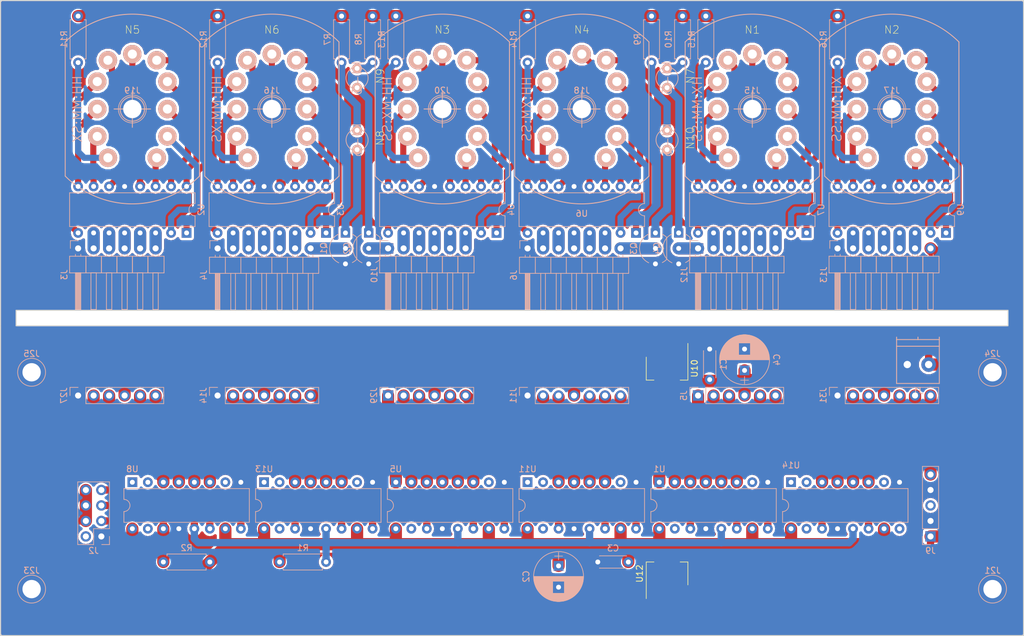
<source format=kicad_pcb>
(kicad_pcb (version 4) (host pcbnew 4.0.7)
  (title_block (title NixiESP12) (date 2017-05-30) (rev 1.0) (company "Lauri Võsandi"))
  (layers (0 F.Cu signal) (31 B.Cu signal) (34 B.Paste user) (35 F.Paste user) (36 B.SilkS user) (37 F.SilkS user) (38 B.Mask user) (39 F.Mask user) (44 Edge.Cuts user))
  (net 0 "")
  (net 1 GND)
  (net 2 VCC)
  (net 3 "Net-(N1-Pad0)")
  (net 4 "Net-(N1-Pad1)")
  (net 5 "Net-(N1-Pad3)")
  (net 6 "Net-(N1-Pad4)")
  (net 7 "Net-(N1-Pad5)")
  (net 8 "Net-(N1-Pad6)")
  (net 9 "Net-(N1-Pad7)")
  (net 10 "Net-(N2-Pad0)")
  (net 11 "Net-(N2-Pad1)")
  (net 12 "Net-(N2-Pad3)")
  (net 13 "Net-(N3-Pad0)")
  (net 14 "Net-(N3-Pad1)")
  (net 15 "Net-(N3-Pad3)")
  (net 16 "Net-(N3-Pad4)")
  (net 17 "Net-(N3-Pad5)")
  (net 18 "Net-(N3-Pad6)")
  (net 19 "Net-(N3-Pad7)")
  (net 20 "Net-(N4-Pad0)")
  (net 21 "Net-(N4-Pad1)")
  (net 22 "Net-(N4-Pad3)")
  (net 23 "Net-(N4-Pad4)")
  (net 24 "Net-(N4-Pad5)")
  (net 25 "Net-(N4-Pad6)")
  (net 26 "Net-(N4-Pad7)")
  (net 27 "Net-(N5-Pad0)")
  (net 28 "Net-(N5-Pad1)")
  (net 29 "Net-(N5-Pad3)")
  (net 30 "Net-(N5-Pad4)")
  (net 31 "Net-(N5-Pad5)")
  (net 32 "Net-(N5-Pad6)")
  (net 33 "Net-(N5-Pad7)")
  (net 34 "Net-(N6-Pad0)")
  (net 35 "Net-(N6-Pad1)")
  (net 36 "Net-(N6-Pad4)")
  (net 37 "Net-(N6-Pad5)")
  (net 38 "Net-(N6-Pad6)")
  (net 39 "Net-(N6-Pad7)")
  (net 40 "Net-(N1-Pad2)")
  (net 41 "Net-(N2-Pad2)")
  (net 42 "Net-(N3-Pad2)")
  (net 43 "Net-(N4-Pad2)")
  (net 44 "Net-(N5-Pad2)")
  (net 45 "Net-(U1-Pad14)")
  (net 46 "Net-(N1-Pad8)")
  (net 47 "Net-(N1-Pad9)")
  (net 48 "Net-(N1-PadA)")
  (net 49 "Net-(N2-PadA)")
  (net 50 "Net-(N3-Pad8)")
  (net 51 "Net-(N3-Pad9)")
  (net 52 "Net-(N3-PadA)")
  (net 53 "Net-(N4-PadA)")
  (net 54 "Net-(N5-Pad8)")
  (net 55 "Net-(N5-Pad9)")
  (net 56 "Net-(N5-PadA)")
  (net 57 "Net-(N6-PadA)")
  (net 58 "Net-(N7-PadK)")
  (net 59 "Net-(N8-PadK)")
  (net 60 "Net-(N9-PadK)")
  (net 61 "Net-(N10-PadK)")
  (net 62 "Net-(N6-Pad2)")
  (net 63 "Net-(N6-Pad3)")
  (net 64 /data)
  (net 65 /latch)
  (net 66 /clock)
  (net 67 "Net-(N2-Pad4)")
  (net 68 "Net-(N2-Pad5)")
  (net 69 "Net-(N2-Pad6)")
  (net 70 "Net-(N2-Pad7)")
  (net 71 "Net-(N2-Pad8)")
  (net 72 "Net-(N2-Pad9)")
  (net 73 "Net-(N4-Pad8)")
  (net 74 "Net-(N4-Pad9)")
  (net 75 "Net-(N6-Pad8)")
  (net 76 "Net-(N6-Pad9)")
  (net 77 "Net-(J11-Pad2)")
  (net 78 "Net-(J11-Pad5)")
  (net 79 "Net-(J12-Pad2)")
  (net 80 "Net-(J12-Pad5)")
  (net 81 "Net-(J13-Pad3)")
  (net 82 "Net-(J13-Pad6)")
  (net 83 "Net-(U11-Pad14)")
  (net 84 "Net-(U13-Pad9)")
  (net 85 "Net-(U13-Pad14)")
  (net 86 "Net-(J3-Pad2)")
  (net 87 "Net-(J3-Pad5)")
  (net 88 "Net-(J10-Pad2)")
  (net 89 "Net-(J10-Pad5)")
  (net 90 "Net-(J4-Pad2)")
  (net 91 "Net-(J4-Pad5)")
  (net 92 "Net-(J1-Pad2)")
  (net 93 "Net-(U1-Pad9)")
  (net 94 "Net-(J10-Pad1)")
  (net 95 "Net-(J12-Pad1)")
  (net 96 "Net-(J13-Pad2)")
  (net 97 "Net-(J13-Pad5)")
  (net 98 "Net-(J14-Pad2)")
  (net 99 "Net-(J5-Pad1)")
  (net 100 "Net-(J5-Pad2)")
  (net 101 "Net-(J5-Pad5)")
  (net 102 "Net-(J27-Pad2)")
  (net 103 "Net-(J27-Pad5)")
  (net 104 "Net-(J29-Pad1)")
  (net 105 "Net-(J29-Pad2)")
  (net 106 "Net-(J29-Pad5)")
  (net 107 "Net-(J31-Pad6)")
  (net 108 "Net-(J31-Pad5)")
  (net 109 "Net-(J31-Pad3)")
  (net 110 "Net-(J31-Pad2)")
  (net 111 "Net-(N7-PadA)")
  (net 112 "Net-(N8-PadA)")
  (net 113 "Net-(N9-PadA)")
  (net 114 "Net-(N10-PadA)")
  (net 115 "Net-(J5-Pad6)")
  (net 116 "Net-(J6-Pad2)")
  (net 117 "Net-(J6-Pad3)")
  (net 118 "Net-(J6-Pad5)")
  (net 119 "Net-(J6-Pad6)")
  (net 120 "Net-(J10-Pad6)")
  (net 121 "Net-(J11-Pad3)")
  (net 122 "Net-(J11-Pad6)")
  (net 123 "Net-(J12-Pad6)")
  (net 124 "Net-(J4-Pad3)")
  (net 125 "Net-(J4-Pad6)")
  (net 126 "Net-(J14-Pad3)")
  (net 127 "Net-(J14-Pad5)")
  (net 128 "Net-(J14-Pad6)")
  (net 129 "Net-(J29-Pad6)")
  (net 130 "Net-(J3-Pad3)")
  (net 131 "Net-(J3-Pad6)")
  (net 132 "Net-(J4-Pad7)")
  (net 133 "Net-(J6-Pad7)")
  (net 134 "Net-(J10-Pad3)")
  (net 135 "Net-(J12-Pad3)")
  (net 136 "Net-(J13-Pad7)")
  (net 137 "Net-(J2-Pad2)")
  (net 138 "Net-(J5-Pad3)")
  (net 139 "Net-(J9-Pad3)")
  (net 140 "Net-(J31-Pad7)")
  (net 141 "Net-(J11-Pad7)")
  (net 142 "Net-(J14-Pad7)")
  (net 143 "Net-(J27-Pad3)")
  (net 144 "Net-(J27-Pad6)")
  (net 145 "Net-(J29-Pad3)")
  (net 146 "Net-(U1-Pad7)")
  (net 147 "Net-(U1-Pad15)")
  (net 148 "Net-(U5-Pad7)")
  (net 149 "Net-(U5-Pad15)")
  (net 150 "Net-(U8-Pad1)")
  (net 151 "Net-(U8-Pad2)")
  (net 152 "Net-(U8-Pad7)")
  (net 153 "Net-(U8-Pad15)")
  (net 154 "Net-(U11-Pad1)")
  (net 155 "Net-(U11-Pad2)")
  (net 156 "Net-(U11-Pad7)")
  (net 157 "Net-(U11-Pad15)")
  (net 158 "Net-(U13-Pad1)")
  (net 159 "Net-(U13-Pad2)")
  (net 160 "Net-(U13-Pad7)")
  (net 161 "Net-(U13-Pad15)")
  (net 162 "Net-(U14-Pad1)")
  (net 163 "Net-(U14-Pad9)")
  (net 164 "Net-(U14-Pad2)")
  (net 165 "Net-(U14-Pad7)")
  (net 166 "Net-(U14-Pad15)")
  (module nixiesp:russian-nixies-IN-12 (layer B.Cu) (at 97.79 43.18 180)
    (fp_text reference N3 (at 0 13 360) (layer F.SilkS) (effects (font (size 1.27 1.27) (thickness 0.0889))))
    (fp_text value HH:MX:SS (at 9 0 450) (layer B.SilkS) (effects (justify mirror)))
    (pad 0 thru_hole circle (at 5.75 -4.5 180) (size 3 3) (drill 1.5) (layers *.Cu *.Mask B.Paste B.SilkS) (net 13 "Net-(N3-Pad0)"))
    (pad 1 thru_hole circle (at -4 -8 180) (size 3 3) (drill 1.5) (layers *.Cu *.Mask B.Paste B.SilkS) (net 14 "Net-(N3-Pad1)"))
    (pad 2 thru_hole circle (at -5.75 -4.5 180) (size 3 3) (drill 1.5) (layers *.Cu *.Mask B.Paste B.SilkS) (net 42 "Net-(N3-Pad2)"))
    (pad 3 thru_hole circle (at -5.75 0 180) (size 3 3) (drill 1.5) (layers *.Cu *.Mask B.Paste B.SilkS) (net 15 "Net-(N3-Pad3)"))
    (pad 4 thru_hole circle (at -5.75 4.5 180) (size 3 3) (drill 1.5) (layers *.Cu *.Mask B.Paste B.SilkS) (net 16 "Net-(N3-Pad4)"))
    (pad 5 thru_hole circle (at -4 8 180) (size 3 3) (drill 1.5) (layers *.Cu *.Mask B.Paste B.SilkS) (net 17 "Net-(N3-Pad5)"))
    (pad 6 thru_hole circle (at 0 9 180) (size 3 3) (drill 1.5) (layers *.Cu *.Mask B.Paste B.SilkS) (net 18 "Net-(N3-Pad6)"))
    (pad 7 thru_hole circle (at 4 8 180) (size 3 3) (drill 1.5) (layers *.Cu *.Mask B.Paste B.SilkS) (net 19 "Net-(N3-Pad7)"))
    (pad 8 thru_hole circle (at 5.75 4.5 180) (size 3 3) (drill 1.5) (layers *.Cu *.Mask B.Paste B.SilkS) (net 50 "Net-(N3-Pad8)"))
    (pad 9 thru_hole circle (at 5.75 0 180) (size 3 3) (drill 1.5) (layers *.Cu *.Mask B.Paste B.SilkS) (net 51 "Net-(N3-Pad9)"))
    (pad A thru_hole circle (at 4 -8 180) (size 3 3) (drill 1.5) (layers *.Cu *.Mask B.Paste B.SilkS) (net 52 "Net-(N3-PadA)"))
  )
  (module Capacitors_THT:CP_Radial_D8.0mm_P3.50mm (layer B.Cu) (at 147.32 86.05 90)
    (fp_text reference C4 (at 1.75 5.31 90) (layer B.SilkS) (effects (justify mirror)))
    (fp_text value CP)
    (pad 1 thru_hole rect (at 0 0 90) (size 1.6 1.6) (drill 0.8) (layers *.Cu *.Mask) (net 2 VCC))
    (pad 2 thru_hole circle (at 3.5 0 90) (size 1.6 1.6) (drill 0.8) (layers *.Cu *.Mask) (net 1 GND))
  )
  (module Pin_Headers:Pin_Header_Angled_1x06_Pitch2.54mm (layer B.Cu) (at 38.1 66.04 270)
    (fp_text reference J3 (at 4.315 2.27 270) (layer B.SilkS) (effects (justify mirror)))
    (fp_text value CONN_01X06)
    (pad 1 thru_hole rect (at 0 0 270) (size 1.7 1.7) (drill 1) (layers *.Cu *.Mask) (net 1 GND))
    (pad 2 thru_hole oval (at 0 -2.54 270) (size 1.7 1.7) (drill 1) (layers *.Cu *.Mask) (net 86 "Net-(J3-Pad2)"))
    (pad 3 thru_hole oval (at 0 -5.08 270) (size 1.7 1.7) (drill 1) (layers *.Cu *.Mask) (net 130 "Net-(J3-Pad3)"))
    (pad 4 thru_hole oval (at 0 -7.62 270) (size 1.7 1.7) (drill 1) (layers *.Cu *.Mask) (net 2 VCC))
    (pad 5 thru_hole oval (at 0 -10.16 270) (size 1.7 1.7) (drill 1) (layers *.Cu *.Mask) (net 87 "Net-(J3-Pad5)"))
    (pad 6 thru_hole oval (at 0 -12.7 270) (size 1.7 1.7) (drill 1) (layers *.Cu *.Mask) (net 131 "Net-(J3-Pad6)"))
  )
  (module nixiesp:russian-nixies-IN-12 (layer B.Cu) (at 46.99 43.18 180)
    (fp_text reference N5 (at 0 13 360) (layer F.SilkS) (effects (font (size 1.27 1.27) (thickness 0.0889))))
    (fp_text value HH:MM:SX (at 9 0 450) (layer B.SilkS) (effects (justify mirror)))
    (pad 0 thru_hole circle (at 5.75 -4.5 180) (size 3 3) (drill 1.5) (layers *.Cu *.Mask B.Paste B.SilkS) (net 27 "Net-(N5-Pad0)"))
    (pad 1 thru_hole circle (at -4 -8 180) (size 3 3) (drill 1.5) (layers *.Cu *.Mask B.Paste B.SilkS) (net 28 "Net-(N5-Pad1)"))
    (pad 2 thru_hole circle (at -5.75 -4.5 180) (size 3 3) (drill 1.5) (layers *.Cu *.Mask B.Paste B.SilkS) (net 44 "Net-(N5-Pad2)"))
    (pad 3 thru_hole circle (at -5.75 0 180) (size 3 3) (drill 1.5) (layers *.Cu *.Mask B.Paste B.SilkS) (net 29 "Net-(N5-Pad3)"))
    (pad 4 thru_hole circle (at -5.75 4.5 180) (size 3 3) (drill 1.5) (layers *.Cu *.Mask B.Paste B.SilkS) (net 30 "Net-(N5-Pad4)"))
    (pad 5 thru_hole circle (at -4 8 180) (size 3 3) (drill 1.5) (layers *.Cu *.Mask B.Paste B.SilkS) (net 31 "Net-(N5-Pad5)"))
    (pad 6 thru_hole circle (at 0 9 180) (size 3 3) (drill 1.5) (layers *.Cu *.Mask B.Paste B.SilkS) (net 32 "Net-(N5-Pad6)"))
    (pad 7 thru_hole circle (at 4 8 180) (size 3 3) (drill 1.5) (layers *.Cu *.Mask B.Paste B.SilkS) (net 33 "Net-(N5-Pad7)"))
    (pad 8 thru_hole circle (at 5.75 4.5 180) (size 3 3) (drill 1.5) (layers *.Cu *.Mask B.Paste B.SilkS) (net 54 "Net-(N5-Pad8)"))
    (pad 9 thru_hole circle (at 5.75 0 180) (size 3 3) (drill 1.5) (layers *.Cu *.Mask B.Paste B.SilkS) (net 55 "Net-(N5-Pad9)"))
    (pad A thru_hole circle (at 4 -8 180) (size 3 3) (drill 1.5) (layers *.Cu *.Mask B.Paste B.SilkS) (net 56 "Net-(N5-PadA)"))
  )
  (module nixiesp:russian-nixies-IN-12 (layer B.Cu) (at 148.59 43.18 180)
    (fp_text reference N1 (at 0 13 360) (layer F.SilkS) (effects (font (size 1.27 1.27) (thickness 0.0889))))
    (fp_text value HX:MM:SS (at 9 0 450) (layer B.SilkS) (effects (justify mirror)))
    (pad 0 thru_hole circle (at 5.75 -4.5 180) (size 3 3) (drill 1.5) (layers *.Cu *.Mask B.Paste B.SilkS) (net 3 "Net-(N1-Pad0)"))
    (pad 1 thru_hole circle (at -4 -8 180) (size 3 3) (drill 1.5) (layers *.Cu *.Mask B.Paste B.SilkS) (net 4 "Net-(N1-Pad1)"))
    (pad 2 thru_hole circle (at -5.75 -4.5 180) (size 3 3) (drill 1.5) (layers *.Cu *.Mask B.Paste B.SilkS) (net 40 "Net-(N1-Pad2)"))
    (pad 3 thru_hole circle (at -5.75 0 180) (size 3 3) (drill 1.5) (layers *.Cu *.Mask B.Paste B.SilkS) (net 5 "Net-(N1-Pad3)"))
    (pad 4 thru_hole circle (at -5.75 4.5 180) (size 3 3) (drill 1.5) (layers *.Cu *.Mask B.Paste B.SilkS) (net 6 "Net-(N1-Pad4)"))
    (pad 5 thru_hole circle (at -4 8 180) (size 3 3) (drill 1.5) (layers *.Cu *.Mask B.Paste B.SilkS) (net 7 "Net-(N1-Pad5)"))
    (pad 6 thru_hole circle (at 0 9 180) (size 3 3) (drill 1.5) (layers *.Cu *.Mask B.Paste B.SilkS) (net 8 "Net-(N1-Pad6)"))
    (pad 7 thru_hole circle (at 4 8 180) (size 3 3) (drill 1.5) (layers *.Cu *.Mask B.Paste B.SilkS) (net 9 "Net-(N1-Pad7)"))
    (pad 8 thru_hole circle (at 5.75 4.5 180) (size 3 3) (drill 1.5) (layers *.Cu *.Mask B.Paste B.SilkS) (net 46 "Net-(N1-Pad8)"))
    (pad 9 thru_hole circle (at 5.75 0 180) (size 3 3) (drill 1.5) (layers *.Cu *.Mask B.Paste B.SilkS) (net 47 "Net-(N1-Pad9)"))
    (pad A thru_hole circle (at 4 -8 180) (size 3 3) (drill 1.5) (layers *.Cu *.Mask B.Paste B.SilkS) (net 48 "Net-(N1-PadA)"))
  )
  (module nixiesp:russian-nixies-IN-12 (layer B.Cu) (at 171.45 43.18 180)
    (fp_text reference N2 (at 0 13 360) (layer F.SilkS) (effects (font (size 1.27 1.27) (thickness 0.0889))))
    (fp_text value XH:MM:SS (at 9 0 450) (layer B.SilkS) (effects (justify mirror)))
    (pad 0 thru_hole circle (at 5.75 -4.5 180) (size 3 3) (drill 1.5) (layers *.Cu *.Mask B.Paste B.SilkS) (net 10 "Net-(N2-Pad0)"))
    (pad 1 thru_hole circle (at -4 -8 180) (size 3 3) (drill 1.5) (layers *.Cu *.Mask B.Paste B.SilkS) (net 11 "Net-(N2-Pad1)"))
    (pad 2 thru_hole circle (at -5.75 -4.5 180) (size 3 3) (drill 1.5) (layers *.Cu *.Mask B.Paste B.SilkS) (net 41 "Net-(N2-Pad2)"))
    (pad 3 thru_hole circle (at -5.75 0 180) (size 3 3) (drill 1.5) (layers *.Cu *.Mask B.Paste B.SilkS) (net 12 "Net-(N2-Pad3)"))
    (pad 4 thru_hole circle (at -5.75 4.5 180) (size 3 3) (drill 1.5) (layers *.Cu *.Mask B.Paste B.SilkS) (net 67 "Net-(N2-Pad4)"))
    (pad 5 thru_hole circle (at -4 8 180) (size 3 3) (drill 1.5) (layers *.Cu *.Mask B.Paste B.SilkS) (net 68 "Net-(N2-Pad5)"))
    (pad 6 thru_hole circle (at 0 9 180) (size 3 3) (drill 1.5) (layers *.Cu *.Mask B.Paste B.SilkS) (net 69 "Net-(N2-Pad6)"))
    (pad 7 thru_hole circle (at 4 8 180) (size 3 3) (drill 1.5) (layers *.Cu *.Mask B.Paste B.SilkS) (net 70 "Net-(N2-Pad7)"))
    (pad 8 thru_hole circle (at 5.75 4.5 180) (size 3 3) (drill 1.5) (layers *.Cu *.Mask B.Paste B.SilkS) (net 71 "Net-(N2-Pad8)"))
    (pad 9 thru_hole circle (at 5.75 0 180) (size 3 3) (drill 1.5) (layers *.Cu *.Mask B.Paste B.SilkS) (net 72 "Net-(N2-Pad9)"))
    (pad A thru_hole circle (at 4 -8 180) (size 3 3) (drill 1.5) (layers *.Cu *.Mask B.Paste B.SilkS) (net 49 "Net-(N2-PadA)"))
  )
  (module nixiesp:russian-nixies-IN-12 (layer B.Cu) (at 120.65 43.18 180)
    (fp_text reference N4 (at 0 13 360) (layer F.SilkS) (effects (font (size 1.27 1.27) (thickness 0.0889))))
    (fp_text value HH:XM:SS (at 9 0 450) (layer B.SilkS) (effects (justify mirror)))
    (pad 0 thru_hole circle (at 5.75 -4.5 180) (size 3 3) (drill 1.5) (layers *.Cu *.Mask B.Paste B.SilkS) (net 20 "Net-(N4-Pad0)"))
    (pad 1 thru_hole circle (at -4 -8 180) (size 3 3) (drill 1.5) (layers *.Cu *.Mask B.Paste B.SilkS) (net 21 "Net-(N4-Pad1)"))
    (pad 2 thru_hole circle (at -5.75 -4.5 180) (size 3 3) (drill 1.5) (layers *.Cu *.Mask B.Paste B.SilkS) (net 43 "Net-(N4-Pad2)"))
    (pad 3 thru_hole circle (at -5.75 0 180) (size 3 3) (drill 1.5) (layers *.Cu *.Mask B.Paste B.SilkS) (net 22 "Net-(N4-Pad3)"))
    (pad 4 thru_hole circle (at -5.75 4.5 180) (size 3 3) (drill 1.5) (layers *.Cu *.Mask B.Paste B.SilkS) (net 23 "Net-(N4-Pad4)"))
    (pad 5 thru_hole circle (at -4 8 180) (size 3 3) (drill 1.5) (layers *.Cu *.Mask B.Paste B.SilkS) (net 24 "Net-(N4-Pad5)"))
    (pad 6 thru_hole circle (at 0 9 180) (size 3 3) (drill 1.5) (layers *.Cu *.Mask B.Paste B.SilkS) (net 25 "Net-(N4-Pad6)"))
    (pad 7 thru_hole circle (at 4 8 180) (size 3 3) (drill 1.5) (layers *.Cu *.Mask B.Paste B.SilkS) (net 26 "Net-(N4-Pad7)"))
    (pad 8 thru_hole circle (at 5.75 4.5 180) (size 3 3) (drill 1.5) (layers *.Cu *.Mask B.Paste B.SilkS) (net 73 "Net-(N4-Pad8)"))
    (pad 9 thru_hole circle (at 5.75 0 180) (size 3 3) (drill 1.5) (layers *.Cu *.Mask B.Paste B.SilkS) (net 74 "Net-(N4-Pad9)"))
    (pad A thru_hole circle (at 4 -8 180) (size 3 3) (drill 1.5) (layers *.Cu *.Mask B.Paste B.SilkS) (net 53 "Net-(N4-PadA)"))
  )
  (module TO_SOT_Packages_THT:TO-92_Inline_Wide (layer B.Cu) (at 85.725 63.5 270)
    (fp_text reference Q2 (at 2.54 3.556 450) (layer B.SilkS) (effects (justify mirror)))
    (fp_text value BS107)
    (pad 2 thru_hole circle (at 2.54 0 180) (size 1.524 1.524) (drill 0.8) (layers *.Cu *.Mask) (net 94 "Net-(J10-Pad1)"))
    (pad 3 thru_hole circle (at 5.08 0 180) (size 1.524 1.524) (drill 0.8) (layers *.Cu *.Mask) (net 1 GND))
    (pad 1 thru_hole rect (at 0 0 180) (size 1.524 1.524) (drill 0.8) (layers *.Cu *.Mask) (net 60 "Net-(N9-PadK)"))
  )
  (module Resistors_THT:R_Axial_DIN0207_L6.3mm_D2.5mm_P7.62mm_Horizontal (layer B.Cu) (at 59.69 117.475 180)
    (fp_text reference R2 (at 3.81 2.31 180) (layer B.SilkS) (effects (justify mirror)))
    (fp_text value 2.2k)
    (pad 1 thru_hole circle (at 0 0 180) (size 1.6 1.6) (drill 0.8) (layers *.Cu *.Mask) (net 2 VCC))
    (pad 2 thru_hole oval (at 7.62 0 180) (size 1.6 1.6) (drill 0.8) (layers *.Cu *.Mask) (net 64 /data))
  )
  (module Housings_DIP:DIP-16_W7.62mm (layer B.Cu) (at 46.99 104.394 270)
    (fp_text reference U8 (at -2.159 0 360) (layer B.SilkS) (effects (justify mirror)))
    (fp_text value 74HC595)
    (pad 1 thru_hole rect (at 0 0 270) (size 1.6 1.6) (drill 0.8) (layers *.Cu *.Mask) (net 150 "Net-(U8-Pad1)"))
    (pad 9 thru_hole oval (at 7.62 -17.78 270) (size 1.6 1.6) (drill 0.8) (layers *.Cu *.Mask) (net 85 "Net-(U13-Pad14)"))
    (pad 2 thru_hole oval (at 0 -2.54 270) (size 1.6 1.6) (drill 0.8) (layers *.Cu *.Mask) (net 151 "Net-(U8-Pad2)"))
    (pad 10 thru_hole oval (at 7.62 -15.24 270) (size 1.6 1.6) (drill 0.8) (layers *.Cu *.Mask) (net 2 VCC))
    (pad 3 thru_hole oval (at 0 -5.08 270) (size 1.6 1.6) (drill 0.8) (layers *.Cu *.Mask) (net 102 "Net-(J27-Pad2)"))
    (pad 11 thru_hole oval (at 7.62 -12.7 270) (size 1.6 1.6) (drill 0.8) (layers *.Cu *.Mask) (net 66 /clock))
    (pad 4 thru_hole oval (at 0 -7.62 270) (size 1.6 1.6) (drill 0.8) (layers *.Cu *.Mask) (net 143 "Net-(J27-Pad3)"))
    (pad 12 thru_hole oval (at 7.62 -10.16 270) (size 1.6 1.6) (drill 0.8) (layers *.Cu *.Mask) (net 65 /latch))
    (pad 5 thru_hole oval (at 0 -10.16 270) (size 1.6 1.6) (drill 0.8) (layers *.Cu *.Mask) (net 103 "Net-(J27-Pad5)"))
    (pad 13 thru_hole oval (at 7.62 -7.62 270) (size 1.6 1.6) (drill 0.8) (layers *.Cu *.Mask) (net 1 GND))
    (pad 6 thru_hole oval (at 0 -12.7 270) (size 1.6 1.6) (drill 0.8) (layers *.Cu *.Mask) (net 144 "Net-(J27-Pad6)"))
    (pad 14 thru_hole oval (at 7.62 -5.08 270) (size 1.6 1.6) (drill 0.8) (layers *.Cu *.Mask) (net 64 /data))
    (pad 7 thru_hole oval (at 0 -15.24 270) (size 1.6 1.6) (drill 0.8) (layers *.Cu *.Mask) (net 152 "Net-(U8-Pad7)"))
    (pad 15 thru_hole oval (at 7.62 -2.54 270) (size 1.6 1.6) (drill 0.8) (layers *.Cu *.Mask) (net 153 "Net-(U8-Pad15)"))
    (pad 8 thru_hole oval (at 0 -17.78 270) (size 1.6 1.6) (drill 0.8) (layers *.Cu *.Mask) (net 1 GND))
    (pad 16 thru_hole oval (at 7.62 0 270) (size 1.6 1.6) (drill 0.8) (layers *.Cu *.Mask) (net 2 VCC))
  )
  (module Housings_DIP:DIP-16_W7.62mm (layer B.Cu) (at 157.48 63.5 90)
    (fp_text reference U7 (at 3.81 2.39 90) (layer B.SilkS) (effects (justify mirror)))
    (fp_text value K155ID1)
    (pad 1 thru_hole rect (at 0 0 90) (size 1.6 1.6) (drill 0.8) (layers *.Cu *.Mask) (net 7 "Net-(N1-Pad5)"))
    (pad 9 thru_hole oval (at 7.62 -17.78 90) (size 1.6 1.6) (drill 0.8) (layers *.Cu *.Mask) (net 47 "Net-(N1-Pad9)"))
    (pad 2 thru_hole oval (at 0 -2.54 90) (size 1.6 1.6) (drill 0.8) (layers *.Cu *.Mask) (net 40 "Net-(N1-Pad2)"))
    (pad 10 thru_hole oval (at 7.62 -15.24 90) (size 1.6 1.6) (drill 0.8) (layers *.Cu *.Mask) (net 3 "Net-(N1-Pad0)"))
    (pad 3 thru_hole oval (at 0 -5.08 90) (size 1.6 1.6) (drill 0.8) (layers *.Cu *.Mask) (net 123 "Net-(J12-Pad6)"))
    (pad 11 thru_hole oval (at 7.62 -12.7 90) (size 1.6 1.6) (drill 0.8) (layers *.Cu *.Mask) (net 9 "Net-(N1-Pad7)"))
    (pad 4 thru_hole oval (at 0 -7.62 90) (size 1.6 1.6) (drill 0.8) (layers *.Cu *.Mask) (net 80 "Net-(J12-Pad5)"))
    (pad 12 thru_hole oval (at 7.62 -10.16 90) (size 1.6 1.6) (drill 0.8) (layers *.Cu *.Mask) (net 1 GND))
    (pad 5 thru_hole oval (at 0 -10.16 90) (size 1.6 1.6) (drill 0.8) (layers *.Cu *.Mask) (net 2 VCC))
    (pad 13 thru_hole oval (at 7.62 -7.62 90) (size 1.6 1.6) (drill 0.8) (layers *.Cu *.Mask) (net 8 "Net-(N1-Pad6)"))
    (pad 6 thru_hole oval (at 0 -12.7 90) (size 1.6 1.6) (drill 0.8) (layers *.Cu *.Mask) (net 135 "Net-(J12-Pad3)"))
    (pad 14 thru_hole oval (at 7.62 -5.08 90) (size 1.6 1.6) (drill 0.8) (layers *.Cu *.Mask) (net 4 "Net-(N1-Pad1)"))
    (pad 7 thru_hole oval (at 0 -15.24 90) (size 1.6 1.6) (drill 0.8) (layers *.Cu *.Mask) (net 79 "Net-(J12-Pad2)"))
    (pad 15 thru_hole oval (at 7.62 -2.54 90) (size 1.6 1.6) (drill 0.8) (layers *.Cu *.Mask) (net 5 "Net-(N1-Pad3)"))
    (pad 8 thru_hole oval (at 0 -17.78 90) (size 1.6 1.6) (drill 0.8) (layers *.Cu *.Mask) (net 46 "Net-(N1-Pad8)"))
    (pad 16 thru_hole oval (at 7.62 0 90) (size 1.6 1.6) (drill 0.8) (layers *.Cu *.Mask) (net 6 "Net-(N1-Pad4)"))
  )
  (module Pin_Headers:Pin_Header_Angled_1x07_Pitch2.54mm (layer B.Cu) (at 162.56 66.04 270)
    (fp_text reference J13 (at 4.315 2.27 270) (layer B.SilkS) (effects (justify mirror)))
    (fp_text value CONN_01X07)
    (pad 1 thru_hole rect (at 0 0 270) (size 1.7 1.7) (drill 1) (layers *.Cu *.Mask) (net 1 GND))
    (pad 2 thru_hole oval (at 0 -2.54 270) (size 1.7 1.7) (drill 1) (layers *.Cu *.Mask) (net 96 "Net-(J13-Pad2)"))
    (pad 3 thru_hole oval (at 0 -5.08 270) (size 1.7 1.7) (drill 1) (layers *.Cu *.Mask) (net 81 "Net-(J13-Pad3)"))
    (pad 4 thru_hole oval (at 0 -7.62 270) (size 1.7 1.7) (drill 1) (layers *.Cu *.Mask) (net 2 VCC))
    (pad 5 thru_hole oval (at 0 -10.16 270) (size 1.7 1.7) (drill 1) (layers *.Cu *.Mask) (net 97 "Net-(J13-Pad5)"))
    (pad 6 thru_hole oval (at 0 -12.7 270) (size 1.7 1.7) (drill 1) (layers *.Cu *.Mask) (net 82 "Net-(J13-Pad6)"))
    (pad 7 thru_hole oval (at 0 -15.24 270) (size 1.7 1.7) (drill 1) (layers *.Cu *.Mask) (net 136 "Net-(J13-Pad7)"))
  )
  (module TO_SOT_Packages_SMD:SOT-223 (layer F.Cu) (at 134.62 85.725 270)
    (fp_text reference U10 (at 0 -4.5 270) (layer F.SilkS))
    (fp_text value LM1117-5.0)
    (pad 4 smd rect (at 3.15 0 270) (size 2 3.8) (layers F.Cu F.Paste F.Mask) (net 2 VCC))
    (pad 2 smd rect (at -3.15 0 270) (size 2 1.5) (layers F.Cu F.Paste F.Mask) (net 2 VCC))
    (pad 3 smd rect (at -3.15 2.3 270) (size 2 1.5) (layers F.Cu F.Paste F.Mask) (net 92 "Net-(J1-Pad2)"))
    (pad 1 smd rect (at -3.15 -2.3 270) (size 2 1.5) (layers F.Cu F.Paste F.Mask) (net 1 GND))
  )
  (module Housings_DIP:DIP-16_W7.62mm (layer B.Cu) (at 68.58 104.394 270)
    (fp_text reference U13 (at -2.159 0 360) (layer B.SilkS) (effects (justify mirror)))
    (fp_text value 74HC595)
    (pad 1 thru_hole rect (at 0 0 270) (size 1.6 1.6) (drill 0.8) (layers *.Cu *.Mask) (net 158 "Net-(U13-Pad1)"))
    (pad 9 thru_hole oval (at 7.62 -17.78 270) (size 1.6 1.6) (drill 0.8) (layers *.Cu *.Mask) (net 84 "Net-(U13-Pad9)"))
    (pad 2 thru_hole oval (at 0 -2.54 270) (size 1.6 1.6) (drill 0.8) (layers *.Cu *.Mask) (net 159 "Net-(U13-Pad2)"))
    (pad 10 thru_hole oval (at 7.62 -15.24 270) (size 1.6 1.6) (drill 0.8) (layers *.Cu *.Mask) (net 2 VCC))
    (pad 3 thru_hole oval (at 0 -5.08 270) (size 1.6 1.6) (drill 0.8) (layers *.Cu *.Mask) (net 98 "Net-(J14-Pad2)"))
    (pad 11 thru_hole oval (at 7.62 -12.7 270) (size 1.6 1.6) (drill 0.8) (layers *.Cu *.Mask) (net 66 /clock))
    (pad 4 thru_hole oval (at 0 -7.62 270) (size 1.6 1.6) (drill 0.8) (layers *.Cu *.Mask) (net 126 "Net-(J14-Pad3)"))
    (pad 12 thru_hole oval (at 7.62 -10.16 270) (size 1.6 1.6) (drill 0.8) (layers *.Cu *.Mask) (net 65 /latch))
    (pad 5 thru_hole oval (at 0 -10.16 270) (size 1.6 1.6) (drill 0.8) (layers *.Cu *.Mask) (net 127 "Net-(J14-Pad5)"))
    (pad 13 thru_hole oval (at 7.62 -7.62 270) (size 1.6 1.6) (drill 0.8) (layers *.Cu *.Mask) (net 1 GND))
    (pad 6 thru_hole oval (at 0 -12.7 270) (size 1.6 1.6) (drill 0.8) (layers *.Cu *.Mask) (net 128 "Net-(J14-Pad6)"))
    (pad 14 thru_hole oval (at 7.62 -5.08 270) (size 1.6 1.6) (drill 0.8) (layers *.Cu *.Mask) (net 85 "Net-(U13-Pad14)"))
    (pad 7 thru_hole oval (at 0 -15.24 270) (size 1.6 1.6) (drill 0.8) (layers *.Cu *.Mask) (net 160 "Net-(U13-Pad7)"))
    (pad 15 thru_hole oval (at 7.62 -2.54 270) (size 1.6 1.6) (drill 0.8) (layers *.Cu *.Mask) (net 161 "Net-(U13-Pad15)"))
    (pad 8 thru_hole oval (at 0 -17.78 270) (size 1.6 1.6) (drill 0.8) (layers *.Cu *.Mask) (net 1 GND))
    (pad 16 thru_hole oval (at 7.62 0 270) (size 1.6 1.6) (drill 0.8) (layers *.Cu *.Mask) (net 2 VCC))
  )
  (module Connectors:1pin (layer B.Cu) (at 171.45 43.18 180)
    (fp_text reference J17 (at 0 3.048 180) (layer B.SilkS) (effects (justify mirror)))
    (fp_text value CONN_01X01)
    (pad 1 thru_hole circle (at 0 0 180) (size 4.064 4.064) (drill 3) (layers *.Cu *.Mask) (net 1 GND))
  )
  (module nixiesp:russian-nixies-IN-6 (layer B.Cu) (at 83.82 38.1 270)
    (fp_text reference N9 (at -0.3175 -3.81 450) (layer F.SilkS) (effects (font (size 1.27 1.27) (thickness 0.0889))))
    (fp_text value IN-6 (at 0 0 270) (layer B.SilkS) (effects (justify mirror)))
    (pad A thru_hole circle (at -1.5875 0 270) (size 1.6 1.6) (drill 0.8) (layers *.Cu *.Mask B.Paste B.SilkS) (net 113 "Net-(N9-PadA)"))
    (pad K thru_hole circle (at 1.58496 0 270) (size 1.6 1.6) (drill 0.8) (layers *.Cu *.Mask B.Paste B.SilkS) (net 60 "Net-(N9-PadK)"))
  )
  (module nixiesp:russian-nixies-IN-12 (layer B.Cu) (at 69.85 43.18 180)
    (fp_text reference N6 (at 0 13 360) (layer F.SilkS) (effects (font (size 1.27 1.27) (thickness 0.0889))))
    (fp_text value HH:MM:XS (at 9 0 450) (layer B.SilkS) (effects (justify mirror)))
    (pad 0 thru_hole circle (at 5.75 -4.5 180) (size 3 3) (drill 1.5) (layers *.Cu *.Mask B.Paste B.SilkS) (net 34 "Net-(N6-Pad0)"))
    (pad 1 thru_hole circle (at -4 -8 180) (size 3 3) (drill 1.5) (layers *.Cu *.Mask B.Paste B.SilkS) (net 35 "Net-(N6-Pad1)"))
    (pad 2 thru_hole circle (at -5.75 -4.5 180) (size 3 3) (drill 1.5) (layers *.Cu *.Mask B.Paste B.SilkS) (net 62 "Net-(N6-Pad2)"))
    (pad 3 thru_hole circle (at -5.75 0 180) (size 3 3) (drill 1.5) (layers *.Cu *.Mask B.Paste B.SilkS) (net 63 "Net-(N6-Pad3)"))
    (pad 4 thru_hole circle (at -5.75 4.5 180) (size 3 3) (drill 1.5) (layers *.Cu *.Mask B.Paste B.SilkS) (net 36 "Net-(N6-Pad4)"))
    (pad 5 thru_hole circle (at -4 8 180) (size 3 3) (drill 1.5) (layers *.Cu *.Mask B.Paste B.SilkS) (net 37 "Net-(N6-Pad5)"))
    (pad 6 thru_hole circle (at 0 9 180) (size 3 3) (drill 1.5) (layers *.Cu *.Mask B.Paste B.SilkS) (net 38 "Net-(N6-Pad6)"))
    (pad 7 thru_hole circle (at 4 8 180) (size 3 3) (drill 1.5) (layers *.Cu *.Mask B.Paste B.SilkS) (net 39 "Net-(N6-Pad7)"))
    (pad 8 thru_hole circle (at 5.75 4.5 180) (size 3 3) (drill 1.5) (layers *.Cu *.Mask B.Paste B.SilkS) (net 75 "Net-(N6-Pad8)"))
    (pad 9 thru_hole circle (at 5.75 0 180) (size 3 3) (drill 1.5) (layers *.Cu *.Mask B.Paste B.SilkS) (net 76 "Net-(N6-Pad9)"))
    (pad A thru_hole circle (at 4 -8 180) (size 3 3) (drill 1.5) (layers *.Cu *.Mask B.Paste B.SilkS) (net 57 "Net-(N6-PadA)"))
  )
  (module Housings_DIP:DIP-16_W7.62mm (layer B.Cu) (at 129.54 63.5 90)
    (fp_text reference U6 (at 3.175 -8.89 180) (layer B.SilkS) (effects (justify mirror)))
    (fp_text value K155ID1)
    (pad 1 thru_hole rect (at 0 0 90) (size 1.6 1.6) (drill 0.8) (layers *.Cu *.Mask) (net 24 "Net-(N4-Pad5)"))
    (pad 9 thru_hole oval (at 7.62 -17.78 90) (size 1.6 1.6) (drill 0.8) (layers *.Cu *.Mask) (net 74 "Net-(N4-Pad9)"))
    (pad 2 thru_hole oval (at 0 -2.54 90) (size 1.6 1.6) (drill 0.8) (layers *.Cu *.Mask) (net 43 "Net-(N4-Pad2)"))
    (pad 10 thru_hole oval (at 7.62 -15.24 90) (size 1.6 1.6) (drill 0.8) (layers *.Cu *.Mask) (net 20 "Net-(N4-Pad0)"))
    (pad 3 thru_hole oval (at 0 -5.08 90) (size 1.6 1.6) (drill 0.8) (layers *.Cu *.Mask) (net 119 "Net-(J6-Pad6)"))
    (pad 11 thru_hole oval (at 7.62 -12.7 90) (size 1.6 1.6) (drill 0.8) (layers *.Cu *.Mask) (net 26 "Net-(N4-Pad7)"))
    (pad 4 thru_hole oval (at 0 -7.62 90) (size 1.6 1.6) (drill 0.8) (layers *.Cu *.Mask) (net 118 "Net-(J6-Pad5)"))
    (pad 12 thru_hole oval (at 7.62 -10.16 90) (size 1.6 1.6) (drill 0.8) (layers *.Cu *.Mask) (net 1 GND))
    (pad 5 thru_hole oval (at 0 -10.16 90) (size 1.6 1.6) (drill 0.8) (layers *.Cu *.Mask) (net 2 VCC))
    (pad 13 thru_hole oval (at 7.62 -7.62 90) (size 1.6 1.6) (drill 0.8) (layers *.Cu *.Mask) (net 25 "Net-(N4-Pad6)"))
    (pad 6 thru_hole oval (at 0 -12.7 90) (size 1.6 1.6) (drill 0.8) (layers *.Cu *.Mask) (net 117 "Net-(J6-Pad3)"))
    (pad 14 thru_hole oval (at 7.62 -5.08 90) (size 1.6 1.6) (drill 0.8) (layers *.Cu *.Mask) (net 21 "Net-(N4-Pad1)"))
    (pad 7 thru_hole oval (at 0 -15.24 90) (size 1.6 1.6) (drill 0.8) (layers *.Cu *.Mask) (net 116 "Net-(J6-Pad2)"))
    (pad 15 thru_hole oval (at 7.62 -2.54 90) (size 1.6 1.6) (drill 0.8) (layers *.Cu *.Mask) (net 22 "Net-(N4-Pad3)"))
    (pad 8 thru_hole oval (at 0 -17.78 90) (size 1.6 1.6) (drill 0.8) (layers *.Cu *.Mask) (net 73 "Net-(N4-Pad8)"))
    (pad 16 thru_hole oval (at 7.62 0 90) (size 1.6 1.6) (drill 0.8) (layers *.Cu *.Mask) (net 23 "Net-(N4-Pad4)"))
  )
  (module Housings_DIP:DIP-16_W7.62mm (layer B.Cu) (at 180.34 63.5 90)
    (fp_text reference U9 (at 3.81 2.39 90) (layer B.SilkS) (effects (justify mirror)))
    (fp_text value K155ID1)
    (pad 1 thru_hole rect (at 0 0 90) (size 1.6 1.6) (drill 0.8) (layers *.Cu *.Mask) (net 68 "Net-(N2-Pad5)"))
    (pad 9 thru_hole oval (at 7.62 -17.78 90) (size 1.6 1.6) (drill 0.8) (layers *.Cu *.Mask) (net 72 "Net-(N2-Pad9)"))
    (pad 2 thru_hole oval (at 0 -2.54 90) (size 1.6 1.6) (drill 0.8) (layers *.Cu *.Mask) (net 41 "Net-(N2-Pad2)"))
    (pad 10 thru_hole oval (at 7.62 -15.24 90) (size 1.6 1.6) (drill 0.8) (layers *.Cu *.Mask) (net 10 "Net-(N2-Pad0)"))
    (pad 3 thru_hole oval (at 0 -5.08 90) (size 1.6 1.6) (drill 0.8) (layers *.Cu *.Mask) (net 82 "Net-(J13-Pad6)"))
    (pad 11 thru_hole oval (at 7.62 -12.7 90) (size 1.6 1.6) (drill 0.8) (layers *.Cu *.Mask) (net 70 "Net-(N2-Pad7)"))
    (pad 4 thru_hole oval (at 0 -7.62 90) (size 1.6 1.6) (drill 0.8) (layers *.Cu *.Mask) (net 97 "Net-(J13-Pad5)"))
    (pad 12 thru_hole oval (at 7.62 -10.16 90) (size 1.6 1.6) (drill 0.8) (layers *.Cu *.Mask) (net 1 GND))
    (pad 5 thru_hole oval (at 0 -10.16 90) (size 1.6 1.6) (drill 0.8) (layers *.Cu *.Mask) (net 2 VCC))
    (pad 13 thru_hole oval (at 7.62 -7.62 90) (size 1.6 1.6) (drill 0.8) (layers *.Cu *.Mask) (net 69 "Net-(N2-Pad6)"))
    (pad 6 thru_hole oval (at 0 -12.7 90) (size 1.6 1.6) (drill 0.8) (layers *.Cu *.Mask) (net 81 "Net-(J13-Pad3)"))
    (pad 14 thru_hole oval (at 7.62 -5.08 90) (size 1.6 1.6) (drill 0.8) (layers *.Cu *.Mask) (net 11 "Net-(N2-Pad1)"))
    (pad 7 thru_hole oval (at 0 -15.24 90) (size 1.6 1.6) (drill 0.8) (layers *.Cu *.Mask) (net 96 "Net-(J13-Pad2)"))
    (pad 15 thru_hole oval (at 7.62 -2.54 90) (size 1.6 1.6) (drill 0.8) (layers *.Cu *.Mask) (net 12 "Net-(N2-Pad3)"))
    (pad 8 thru_hole oval (at 0 -17.78 90) (size 1.6 1.6) (drill 0.8) (layers *.Cu *.Mask) (net 71 "Net-(N2-Pad8)"))
    (pad 16 thru_hole oval (at 7.62 0 90) (size 1.6 1.6) (drill 0.8) (layers *.Cu *.Mask) (net 67 "Net-(N2-Pad4)"))
  )
  (module Housings_DIP:DIP-16_W7.62mm (layer B.Cu) (at 106.68 63.5 90)
    (fp_text reference U4 (at 3.81 2.39 90) (layer B.SilkS) (effects (justify mirror)))
    (fp_text value K155ID1)
    (pad 1 thru_hole rect (at 0 0 90) (size 1.6 1.6) (drill 0.8) (layers *.Cu *.Mask) (net 17 "Net-(N3-Pad5)"))
    (pad 9 thru_hole oval (at 7.62 -17.78 90) (size 1.6 1.6) (drill 0.8) (layers *.Cu *.Mask) (net 51 "Net-(N3-Pad9)"))
    (pad 2 thru_hole oval (at 0 -2.54 90) (size 1.6 1.6) (drill 0.8) (layers *.Cu *.Mask) (net 42 "Net-(N3-Pad2)"))
    (pad 10 thru_hole oval (at 7.62 -15.24 90) (size 1.6 1.6) (drill 0.8) (layers *.Cu *.Mask) (net 13 "Net-(N3-Pad0)"))
    (pad 3 thru_hole oval (at 0 -5.08 90) (size 1.6 1.6) (drill 0.8) (layers *.Cu *.Mask) (net 120 "Net-(J10-Pad6)"))
    (pad 11 thru_hole oval (at 7.62 -12.7 90) (size 1.6 1.6) (drill 0.8) (layers *.Cu *.Mask) (net 19 "Net-(N3-Pad7)"))
    (pad 4 thru_hole oval (at 0 -7.62 90) (size 1.6 1.6) (drill 0.8) (layers *.Cu *.Mask) (net 89 "Net-(J10-Pad5)"))
    (pad 12 thru_hole oval (at 7.62 -10.16 90) (size 1.6 1.6) (drill 0.8) (layers *.Cu *.Mask) (net 1 GND))
    (pad 5 thru_hole oval (at 0 -10.16 90) (size 1.6 1.6) (drill 0.8) (layers *.Cu *.Mask) (net 2 VCC))
    (pad 13 thru_hole oval (at 7.62 -7.62 90) (size 1.6 1.6) (drill 0.8) (layers *.Cu *.Mask) (net 18 "Net-(N3-Pad6)"))
    (pad 6 thru_hole oval (at 0 -12.7 90) (size 1.6 1.6) (drill 0.8) (layers *.Cu *.Mask) (net 134 "Net-(J10-Pad3)"))
    (pad 14 thru_hole oval (at 7.62 -5.08 90) (size 1.6 1.6) (drill 0.8) (layers *.Cu *.Mask) (net 14 "Net-(N3-Pad1)"))
    (pad 7 thru_hole oval (at 0 -15.24 90) (size 1.6 1.6) (drill 0.8) (layers *.Cu *.Mask) (net 88 "Net-(J10-Pad2)"))
    (pad 15 thru_hole oval (at 7.62 -2.54 90) (size 1.6 1.6) (drill 0.8) (layers *.Cu *.Mask) (net 15 "Net-(N3-Pad3)"))
    (pad 8 thru_hole oval (at 0 -17.78 90) (size 1.6 1.6) (drill 0.8) (layers *.Cu *.Mask) (net 50 "Net-(N3-Pad8)"))
    (pad 16 thru_hole oval (at 7.62 0 90) (size 1.6 1.6) (drill 0.8) (layers *.Cu *.Mask) (net 16 "Net-(N3-Pad4)"))
  )
  (module nixiesp:russian-nixies-IN-6 (layer B.Cu) (at 134.62 48.26 270)
    (fp_text reference N10 (at -0.3175 -3.81 450) (layer F.SilkS) (effects (font (size 1.27 1.27) (thickness 0.0889))))
    (fp_text value IN-6 (at 0 0 270) (layer B.SilkS) (effects (justify mirror)))
    (pad A thru_hole circle (at -1.5875 0 270) (size 1.6 1.6) (drill 0.8) (layers *.Cu *.Mask B.Paste B.SilkS) (net 114 "Net-(N10-PadA)"))
    (pad K thru_hole circle (at 1.58496 0 270) (size 1.6 1.6) (drill 0.8) (layers *.Cu *.Mask B.Paste B.SilkS) (net 61 "Net-(N10-PadK)"))
  )
  (module nixiesp:russian-nixies-IN-6 (layer B.Cu) (at 83.82 48.26 270)
    (fp_text reference N8 (at -0.3175 -3.81 450) (layer F.SilkS) (effects (font (size 1.27 1.27) (thickness 0.0889))))
    (fp_text value IN-6 (at 0 0 270) (layer B.SilkS) (effects (justify mirror)))
    (pad A thru_hole circle (at -1.5875 0 270) (size 1.6 1.6) (drill 0.8) (layers *.Cu *.Mask B.Paste B.SilkS) (net 112 "Net-(N8-PadA)"))
    (pad K thru_hole circle (at 1.58496 0 270) (size 1.6 1.6) (drill 0.8) (layers *.Cu *.Mask B.Paste B.SilkS) (net 59 "Net-(N8-PadK)"))
  )
  (module nixiesp:russian-nixies-IN-6 (layer B.Cu) (at 134.62 38.1 270)
    (fp_text reference N7 (at -0.3175 -3.81 450) (layer F.SilkS) (effects (font (size 1.27 1.27) (thickness 0.0889))))
    (fp_text value IN-6 (at 0 0 270) (layer B.SilkS) (effects (justify mirror)))
    (pad A thru_hole circle (at -1.5875 0 270) (size 1.6 1.6) (drill 0.8) (layers *.Cu *.Mask B.Paste B.SilkS) (net 111 "Net-(N7-PadA)"))
    (pad K thru_hole circle (at 1.58496 0 270) (size 1.6 1.6) (drill 0.8) (layers *.Cu *.Mask B.Paste B.SilkS) (net 58 "Net-(N7-PadK)"))
  )
  (module Housings_DIP:DIP-16_W7.62mm (layer B.Cu) (at 55.88 63.5 90)
    (fp_text reference U2 (at 3.81 2.39 90) (layer B.SilkS) (effects (justify mirror)))
    (fp_text value K155ID1)
    (pad 1 thru_hole rect (at 0 0 90) (size 1.6 1.6) (drill 0.8) (layers *.Cu *.Mask) (net 31 "Net-(N5-Pad5)"))
    (pad 9 thru_hole oval (at 7.62 -17.78 90) (size 1.6 1.6) (drill 0.8) (layers *.Cu *.Mask) (net 55 "Net-(N5-Pad9)"))
    (pad 2 thru_hole oval (at 0 -2.54 90) (size 1.6 1.6) (drill 0.8) (layers *.Cu *.Mask) (net 44 "Net-(N5-Pad2)"))
    (pad 10 thru_hole oval (at 7.62 -15.24 90) (size 1.6 1.6) (drill 0.8) (layers *.Cu *.Mask) (net 27 "Net-(N5-Pad0)"))
    (pad 3 thru_hole oval (at 0 -5.08 90) (size 1.6 1.6) (drill 0.8) (layers *.Cu *.Mask) (net 131 "Net-(J3-Pad6)"))
    (pad 11 thru_hole oval (at 7.62 -12.7 90) (size 1.6 1.6) (drill 0.8) (layers *.Cu *.Mask) (net 33 "Net-(N5-Pad7)"))
    (pad 4 thru_hole oval (at 0 -7.62 90) (size 1.6 1.6) (drill 0.8) (layers *.Cu *.Mask) (net 87 "Net-(J3-Pad5)"))
    (pad 12 thru_hole oval (at 7.62 -10.16 90) (size 1.6 1.6) (drill 0.8) (layers *.Cu *.Mask) (net 1 GND))
    (pad 5 thru_hole oval (at 0 -10.16 90) (size 1.6 1.6) (drill 0.8) (layers *.Cu *.Mask) (net 2 VCC))
    (pad 13 thru_hole oval (at 7.62 -7.62 90) (size 1.6 1.6) (drill 0.8) (layers *.Cu *.Mask) (net 32 "Net-(N5-Pad6)"))
    (pad 6 thru_hole oval (at 0 -12.7 90) (size 1.6 1.6) (drill 0.8) (layers *.Cu *.Mask) (net 130 "Net-(J3-Pad3)"))
    (pad 14 thru_hole oval (at 7.62 -5.08 90) (size 1.6 1.6) (drill 0.8) (layers *.Cu *.Mask) (net 28 "Net-(N5-Pad1)"))
    (pad 7 thru_hole oval (at 0 -15.24 90) (size 1.6 1.6) (drill 0.8) (layers *.Cu *.Mask) (net 86 "Net-(J3-Pad2)"))
    (pad 15 thru_hole oval (at 7.62 -2.54 90) (size 1.6 1.6) (drill 0.8) (layers *.Cu *.Mask) (net 29 "Net-(N5-Pad3)"))
    (pad 8 thru_hole oval (at 0 -17.78 90) (size 1.6 1.6) (drill 0.8) (layers *.Cu *.Mask) (net 54 "Net-(N5-Pad8)"))
    (pad 16 thru_hole oval (at 7.62 0 90) (size 1.6 1.6) (drill 0.8) (layers *.Cu *.Mask) (net 30 "Net-(N5-Pad4)"))
  )
  (module Housings_DIP:DIP-16_W7.62mm (layer B.Cu) (at 78.74 63.5 90)
    (fp_text reference U3 (at 3.81 2.39 90) (layer B.SilkS) (effects (justify mirror)))
    (fp_text value K155ID1)
    (pad 1 thru_hole rect (at 0 0 90) (size 1.6 1.6) (drill 0.8) (layers *.Cu *.Mask) (net 37 "Net-(N6-Pad5)"))
    (pad 9 thru_hole oval (at 7.62 -17.78 90) (size 1.6 1.6) (drill 0.8) (layers *.Cu *.Mask) (net 76 "Net-(N6-Pad9)"))
    (pad 2 thru_hole oval (at 0 -2.54 90) (size 1.6 1.6) (drill 0.8) (layers *.Cu *.Mask) (net 62 "Net-(N6-Pad2)"))
    (pad 10 thru_hole oval (at 7.62 -15.24 90) (size 1.6 1.6) (drill 0.8) (layers *.Cu *.Mask) (net 34 "Net-(N6-Pad0)"))
    (pad 3 thru_hole oval (at 0 -5.08 90) (size 1.6 1.6) (drill 0.8) (layers *.Cu *.Mask) (net 125 "Net-(J4-Pad6)"))
    (pad 11 thru_hole oval (at 7.62 -12.7 90) (size 1.6 1.6) (drill 0.8) (layers *.Cu *.Mask) (net 39 "Net-(N6-Pad7)"))
    (pad 4 thru_hole oval (at 0 -7.62 90) (size 1.6 1.6) (drill 0.8) (layers *.Cu *.Mask) (net 91 "Net-(J4-Pad5)"))
    (pad 12 thru_hole oval (at 7.62 -10.16 90) (size 1.6 1.6) (drill 0.8) (layers *.Cu *.Mask) (net 1 GND))
    (pad 5 thru_hole oval (at 0 -10.16 90) (size 1.6 1.6) (drill 0.8) (layers *.Cu *.Mask) (net 2 VCC))
    (pad 13 thru_hole oval (at 7.62 -7.62 90) (size 1.6 1.6) (drill 0.8) (layers *.Cu *.Mask) (net 38 "Net-(N6-Pad6)"))
    (pad 6 thru_hole oval (at 0 -12.7 90) (size 1.6 1.6) (drill 0.8) (layers *.Cu *.Mask) (net 124 "Net-(J4-Pad3)"))
    (pad 14 thru_hole oval (at 7.62 -5.08 90) (size 1.6 1.6) (drill 0.8) (layers *.Cu *.Mask) (net 35 "Net-(N6-Pad1)"))
    (pad 7 thru_hole oval (at 0 -15.24 90) (size 1.6 1.6) (drill 0.8) (layers *.Cu *.Mask) (net 90 "Net-(J4-Pad2)"))
    (pad 15 thru_hole oval (at 7.62 -2.54 90) (size 1.6 1.6) (drill 0.8) (layers *.Cu *.Mask) (net 63 "Net-(N6-Pad3)"))
    (pad 8 thru_hole oval (at 0 -17.78 90) (size 1.6 1.6) (drill 0.8) (layers *.Cu *.Mask) (net 75 "Net-(N6-Pad8)"))
    (pad 16 thru_hole oval (at 7.62 0 90) (size 1.6 1.6) (drill 0.8) (layers *.Cu *.Mask) (net 36 "Net-(N6-Pad4)"))
  )
  (module Socket_Strips:Socket_Strip_Straight_1x05_Pitch2.54mm (layer B.Cu) (at 177.8 113.284)
    (fp_text reference J9 (at 0 2.33) (layer B.SilkS) (effects (justify mirror)))
    (fp_text value CONN_01X05)
    (pad 1 thru_hole rect (at 0 0) (size 1.7 1.7) (drill 1) (layers *.Cu *.Mask) (net 92 "Net-(J1-Pad2)"))
    (pad 2 thru_hole oval (at 0 -2.54) (size 1.7 1.7) (drill 1) (layers *.Cu *.Mask) (net 1 GND))
    (pad 3 thru_hole oval (at 0 -5.08) (size 1.7 1.7) (drill 1) (layers *.Cu *.Mask) (net 139 "Net-(J9-Pad3)"))
    (pad 4 thru_hole oval (at 0 -7.62) (size 1.7 1.7) (drill 1) (layers *.Cu *.Mask) (net 1 GND))
    (pad 5 thru_hole oval (at 0 -10.16) (size 1.7 1.7) (drill 1) (layers *.Cu *.Mask) (net 140 "Net-(J31-Pad7)"))
  )
  (module TO_SOT_Packages_SMD:SOT-223 (layer F.Cu) (at 134.62 119.38 90)
    (fp_text reference U12 (at 0 -4.5 90) (layer F.SilkS))
    (fp_text value LM1117-3.3)
    (pad 4 smd rect (at 3.15 0 90) (size 2 3.8) (layers F.Cu F.Paste F.Mask) (net 2 VCC))
    (pad 2 smd rect (at -3.15 0 90) (size 2 1.5) (layers F.Cu F.Paste F.Mask) (net 2 VCC))
    (pad 3 smd rect (at -3.15 2.3 90) (size 2 1.5) (layers F.Cu F.Paste F.Mask) (net 92 "Net-(J1-Pad2)"))
    (pad 1 smd rect (at -3.15 -2.3 90) (size 2 1.5) (layers F.Cu F.Paste F.Mask) (net 1 GND))
  )
  (module Connectors_Terminal_Blocks:TerminalBlock_Pheonix_PT-3.5mm_2pol (layer B.Cu) (at 173.99 85.09)
    (fp_text reference J1 (at 1.75 4.3) (layer B.SilkS) (effects (justify mirror)))
    (fp_text value "Power 9-15V")
    (pad 2 thru_hole circle (at 3.5 0) (size 2.4 2.4) (drill 1.2) (layers *.Cu *.Mask) (net 92 "Net-(J1-Pad2)"))
    (pad 1 thru_hole rect (at 0 0) (size 2.4 2.4) (drill 1.2) (layers *.Cu *.Mask) (net 1 GND))
  )
  (module Connectors:1pin (layer B.Cu) (at 148.59 43.18 180)
    (fp_text reference J15 (at 0 3.048 180) (layer B.SilkS) (effects (justify mirror)))
    (fp_text value CONN_01X01)
    (pad 1 thru_hole circle (at 0 0 180) (size 4.064 4.064) (drill 3) (layers *.Cu *.Mask) (net 1 GND))
  )
  (module Connectors:1pin (layer B.Cu) (at 69.85 43.18 180)
    (fp_text reference J16 (at 0 3.048 180) (layer B.SilkS) (effects (justify mirror)))
    (fp_text value CONN_01X01)
    (pad 1 thru_hole circle (at 0 0 180) (size 4.064 4.064) (drill 3) (layers *.Cu *.Mask) (net 1 GND))
  )
  (module Connectors:1pin (layer B.Cu) (at 120.65 43.18 180)
    (fp_text reference J18 (at 0 3.048 180) (layer B.SilkS) (effects (justify mirror)))
    (fp_text value CONN_01X01)
    (pad 1 thru_hole circle (at 0 0 180) (size 4.064 4.064) (drill 3) (layers *.Cu *.Mask) (net 1 GND))
  )
  (module Connectors:1pin (layer B.Cu) (at 46.99 43.18 180)
    (fp_text reference J19 (at 0 3.048 180) (layer B.SilkS) (effects (justify mirror)))
    (fp_text value CONN_01X01)
    (pad 1 thru_hole circle (at 0 0 180) (size 4.064 4.064) (drill 3) (layers *.Cu *.Mask) (net 1 GND))
  )
  (module Connectors:1pin (layer B.Cu) (at 97.79 43.18 180)
    (fp_text reference J20 (at 0 3.048 180) (layer B.SilkS) (effects (justify mirror)))
    (fp_text value CONN_01X01)
    (pad 1 thru_hole circle (at 0 0 180) (size 4.064 4.064) (drill 3) (layers *.Cu *.Mask) (net 1 GND))
  )
  (module Connectors:1pin (layer B.Cu) (at 187.96 121.92 180)
    (fp_text reference J21 (at 0 3.048 180) (layer B.SilkS) (effects (justify mirror)))
    (fp_text value CONN_01X01)
    (pad 1 thru_hole circle (at 0 0 180) (size 4.064 4.064) (drill 3) (layers *.Cu *.Mask) (net 1 GND))
  )
  (module Connectors:1pin (layer B.Cu) (at 30.48 121.92 180)
    (fp_text reference J23 (at 0 3.048 180) (layer B.SilkS) (effects (justify mirror)))
    (fp_text value CONN_01X01)
    (pad 1 thru_hole circle (at 0 0 180) (size 4.064 4.064) (drill 3) (layers *.Cu *.Mask) (net 1 GND))
  )
  (module Connectors:1pin (layer B.Cu) (at 187.96 86.36 180)
    (fp_text reference J24 (at 0 3.048 180) (layer B.SilkS) (effects (justify mirror)))
    (fp_text value CONN_01X01)
    (pad 1 thru_hole circle (at 0 0 180) (size 4.064 4.064) (drill 3) (layers *.Cu *.Mask) (net 1 GND))
  )
  (module Connectors:1pin (layer B.Cu) (at 30.48 86.36 180)
    (fp_text reference J25 (at 0 3.048 180) (layer B.SilkS) (effects (justify mirror)))
    (fp_text value CONN_01X01)
    (pad 1 thru_hole circle (at 0 0 180) (size 4.064 4.064) (drill 3) (layers *.Cu *.Mask) (net 1 GND))
  )
  (module Resistors_THT:R_Axial_DIN0207_L6.3mm_D2.5mm_P7.62mm_Horizontal (layer B.Cu) (at 81.28 27.94 270)
    (fp_text reference R7 (at 3.81 2.31 270) (layer B.SilkS) (effects (justify mirror)))
    (fp_text value 15k)
    (pad 1 thru_hole circle (at 0 0 270) (size 1.6 1.6) (drill 0.8) (layers *.Cu *.Mask) (net 136 "Net-(J13-Pad7)"))
    (pad 2 thru_hole oval (at 7.62 0 270) (size 1.6 1.6) (drill 0.8) (layers *.Cu *.Mask) (net 112 "Net-(N8-PadA)"))
  )
  (module Resistors_THT:R_Axial_DIN0207_L6.3mm_D2.5mm_P7.62mm_Horizontal (layer B.Cu) (at 86.36 27.94 270)
    (fp_text reference R8 (at 3.81 2.31 270) (layer B.SilkS) (effects (justify mirror)))
    (fp_text value 15k)
    (pad 1 thru_hole circle (at 0 0 270) (size 1.6 1.6) (drill 0.8) (layers *.Cu *.Mask) (net 136 "Net-(J13-Pad7)"))
    (pad 2 thru_hole oval (at 7.62 0 270) (size 1.6 1.6) (drill 0.8) (layers *.Cu *.Mask) (net 113 "Net-(N9-PadA)"))
  )
  (module Resistors_THT:R_Axial_DIN0207_L6.3mm_D2.5mm_P7.62mm_Horizontal (layer B.Cu) (at 132.08 27.94 270)
    (fp_text reference R9 (at 3.81 2.31 270) (layer B.SilkS) (effects (justify mirror)))
    (fp_text value 15k)
    (pad 1 thru_hole circle (at 0 0 270) (size 1.6 1.6) (drill 0.8) (layers *.Cu *.Mask) (net 136 "Net-(J13-Pad7)"))
    (pad 2 thru_hole oval (at 7.62 0 270) (size 1.6 1.6) (drill 0.8) (layers *.Cu *.Mask) (net 114 "Net-(N10-PadA)"))
  )
  (module Resistors_THT:R_Axial_DIN0207_L6.3mm_D2.5mm_P7.62mm_Horizontal (layer B.Cu) (at 137.16 27.94 270)
    (fp_text reference R10 (at 3.81 2.31 270) (layer B.SilkS) (effects (justify mirror)))
    (fp_text value 15k)
    (pad 1 thru_hole circle (at 0 0 270) (size 1.6 1.6) (drill 0.8) (layers *.Cu *.Mask) (net 136 "Net-(J13-Pad7)"))
    (pad 2 thru_hole oval (at 7.62 0 270) (size 1.6 1.6) (drill 0.8) (layers *.Cu *.Mask) (net 111 "Net-(N7-PadA)"))
  )
  (module Resistors_THT:R_Axial_DIN0207_L6.3mm_D2.5mm_P7.62mm_Horizontal (layer B.Cu) (at 38.1 27.94 270)
    (fp_text reference R11 (at 3.81 2.31 270) (layer B.SilkS) (effects (justify mirror)))
    (fp_text value 10k)
    (pad 1 thru_hole circle (at 0 0 270) (size 1.6 1.6) (drill 0.8) (layers *.Cu *.Mask) (net 136 "Net-(J13-Pad7)"))
    (pad 2 thru_hole oval (at 7.62 0 270) (size 1.6 1.6) (drill 0.8) (layers *.Cu *.Mask) (net 56 "Net-(N5-PadA)"))
  )
  (module Resistors_THT:R_Axial_DIN0207_L6.3mm_D2.5mm_P7.62mm_Horizontal (layer B.Cu) (at 60.96 27.94 270)
    (fp_text reference R12 (at 3.81 2.31 270) (layer B.SilkS) (effects (justify mirror)))
    (fp_text value 10k)
    (pad 1 thru_hole circle (at 0 0 270) (size 1.6 1.6) (drill 0.8) (layers *.Cu *.Mask) (net 136 "Net-(J13-Pad7)"))
    (pad 2 thru_hole oval (at 7.62 0 270) (size 1.6 1.6) (drill 0.8) (layers *.Cu *.Mask) (net 57 "Net-(N6-PadA)"))
  )
  (module Resistors_THT:R_Axial_DIN0207_L6.3mm_D2.5mm_P7.62mm_Horizontal (layer B.Cu) (at 90.17 27.94 270)
    (fp_text reference R13 (at 3.81 2.31 270) (layer B.SilkS) (effects (justify mirror)))
    (fp_text value 10k)
    (pad 1 thru_hole circle (at 0 0 270) (size 1.6 1.6) (drill 0.8) (layers *.Cu *.Mask) (net 136 "Net-(J13-Pad7)"))
    (pad 2 thru_hole oval (at 7.62 0 270) (size 1.6 1.6) (drill 0.8) (layers *.Cu *.Mask) (net 52 "Net-(N3-PadA)"))
  )
  (module Resistors_THT:R_Axial_DIN0207_L6.3mm_D2.5mm_P7.62mm_Horizontal (layer B.Cu) (at 111.76 27.94 270)
    (fp_text reference R14 (at 3.81 2.31 270) (layer B.SilkS) (effects (justify mirror)))
    (fp_text value 10k)
    (pad 1 thru_hole circle (at 0 0 270) (size 1.6 1.6) (drill 0.8) (layers *.Cu *.Mask) (net 136 "Net-(J13-Pad7)"))
    (pad 2 thru_hole oval (at 7.62 0 270) (size 1.6 1.6) (drill 0.8) (layers *.Cu *.Mask) (net 53 "Net-(N4-PadA)"))
  )
  (module Resistors_THT:R_Axial_DIN0207_L6.3mm_D2.5mm_P7.62mm_Horizontal (layer B.Cu) (at 140.97 27.94 270)
    (fp_text reference R15 (at 3.81 2.31 270) (layer B.SilkS) (effects (justify mirror)))
    (fp_text value 10k)
    (pad 1 thru_hole circle (at 0 0 270) (size 1.6 1.6) (drill 0.8) (layers *.Cu *.Mask) (net 136 "Net-(J13-Pad7)"))
    (pad 2 thru_hole oval (at 7.62 0 270) (size 1.6 1.6) (drill 0.8) (layers *.Cu *.Mask) (net 48 "Net-(N1-PadA)"))
  )
  (module Resistors_THT:R_Axial_DIN0207_L6.3mm_D2.5mm_P7.62mm_Horizontal (layer B.Cu) (at 162.56 27.94 270)
    (fp_text reference R16 (at 3.81 2.31 270) (layer B.SilkS) (effects (justify mirror)))
    (fp_text value 10k)
    (pad 1 thru_hole circle (at 0 0 270) (size 1.6 1.6) (drill 0.8) (layers *.Cu *.Mask) (net 136 "Net-(J13-Pad7)"))
    (pad 2 thru_hole oval (at 7.62 0 270) (size 1.6 1.6) (drill 0.8) (layers *.Cu *.Mask) (net 49 "Net-(N2-PadA)"))
  )
  (module TO_SOT_Packages_THT:TO-92_Inline_Wide (layer B.Cu) (at 81.915 63.5 270)
    (fp_text reference Q1 (at 2.54 3.556 450) (layer B.SilkS) (effects (justify mirror)))
    (fp_text value BS107)
    (pad 2 thru_hole circle (at 2.54 0 180) (size 1.524 1.524) (drill 0.8) (layers *.Cu *.Mask) (net 132 "Net-(J4-Pad7)"))
    (pad 3 thru_hole circle (at 5.08 0 180) (size 1.524 1.524) (drill 0.8) (layers *.Cu *.Mask) (net 1 GND))
    (pad 1 thru_hole rect (at 0 0 180) (size 1.524 1.524) (drill 0.8) (layers *.Cu *.Mask) (net 59 "Net-(N8-PadK)"))
  )
  (module TO_SOT_Packages_THT:TO-92_Inline_Wide (layer B.Cu) (at 132.715 63.5 270)
    (fp_text reference Q3 (at 2.54 3.556 450) (layer B.SilkS) (effects (justify mirror)))
    (fp_text value BS107)
    (pad 2 thru_hole circle (at 2.54 0 180) (size 1.524 1.524) (drill 0.8) (layers *.Cu *.Mask) (net 133 "Net-(J6-Pad7)"))
    (pad 3 thru_hole circle (at 5.08 0 180) (size 1.524 1.524) (drill 0.8) (layers *.Cu *.Mask) (net 1 GND))
    (pad 1 thru_hole rect (at 0 0 180) (size 1.524 1.524) (drill 0.8) (layers *.Cu *.Mask) (net 61 "Net-(N10-PadK)"))
  )
  (module TO_SOT_Packages_THT:TO-92_Inline_Wide (layer B.Cu) (at 136.525 63.5 270)
    (fp_text reference Q4 (at 2.54 3.556 450) (layer B.SilkS) (effects (justify mirror)))
    (fp_text value BS107)
    (pad 2 thru_hole circle (at 2.54 0 180) (size 1.524 1.524) (drill 0.8) (layers *.Cu *.Mask) (net 95 "Net-(J12-Pad1)"))
    (pad 3 thru_hole circle (at 5.08 0 180) (size 1.524 1.524) (drill 0.8) (layers *.Cu *.Mask) (net 1 GND))
    (pad 1 thru_hole rect (at 0 0 180) (size 1.524 1.524) (drill 0.8) (layers *.Cu *.Mask) (net 58 "Net-(N7-PadK)"))
  )
  (module Housings_DIP:DIP-16_W7.62mm (layer B.Cu) (at 154.94 104.394 270)
    (fp_text reference U14 (at -2.794 0 360) (layer B.SilkS) (effects (justify mirror)))
    (fp_text value 74HC595)
    (pad 1 thru_hole rect (at 0 0 270) (size 1.6 1.6) (drill 0.8) (layers *.Cu *.Mask) (net 162 "Net-(U14-Pad1)"))
    (pad 9 thru_hole oval (at 7.62 -17.78 270) (size 1.6 1.6) (drill 0.8) (layers *.Cu *.Mask) (net 163 "Net-(U14-Pad9)"))
    (pad 2 thru_hole oval (at 0 -2.54 270) (size 1.6 1.6) (drill 0.8) (layers *.Cu *.Mask) (net 164 "Net-(U14-Pad2)"))
    (pad 10 thru_hole oval (at 7.62 -15.24 270) (size 1.6 1.6) (drill 0.8) (layers *.Cu *.Mask) (net 2 VCC))
    (pad 3 thru_hole oval (at 0 -5.08 270) (size 1.6 1.6) (drill 0.8) (layers *.Cu *.Mask) (net 110 "Net-(J31-Pad2)"))
    (pad 11 thru_hole oval (at 7.62 -12.7 270) (size 1.6 1.6) (drill 0.8) (layers *.Cu *.Mask) (net 66 /clock))
    (pad 4 thru_hole oval (at 0 -7.62 270) (size 1.6 1.6) (drill 0.8) (layers *.Cu *.Mask) (net 109 "Net-(J31-Pad3)"))
    (pad 12 thru_hole oval (at 7.62 -10.16 270) (size 1.6 1.6) (drill 0.8) (layers *.Cu *.Mask) (net 65 /latch))
    (pad 5 thru_hole oval (at 0 -10.16 270) (size 1.6 1.6) (drill 0.8) (layers *.Cu *.Mask) (net 108 "Net-(J31-Pad5)"))
    (pad 13 thru_hole oval (at 7.62 -7.62 270) (size 1.6 1.6) (drill 0.8) (layers *.Cu *.Mask) (net 1 GND))
    (pad 6 thru_hole oval (at 0 -12.7 270) (size 1.6 1.6) (drill 0.8) (layers *.Cu *.Mask) (net 107 "Net-(J31-Pad6)"))
    (pad 14 thru_hole oval (at 7.62 -5.08 270) (size 1.6 1.6) (drill 0.8) (layers *.Cu *.Mask) (net 93 "Net-(U1-Pad9)"))
    (pad 7 thru_hole oval (at 0 -15.24 270) (size 1.6 1.6) (drill 0.8) (layers *.Cu *.Mask) (net 165 "Net-(U14-Pad7)"))
    (pad 15 thru_hole oval (at 7.62 -2.54 270) (size 1.6 1.6) (drill 0.8) (layers *.Cu *.Mask) (net 166 "Net-(U14-Pad15)"))
    (pad 8 thru_hole oval (at 0 -17.78 270) (size 1.6 1.6) (drill 0.8) (layers *.Cu *.Mask) (net 1 GND))
    (pad 16 thru_hole oval (at 7.62 0 270) (size 1.6 1.6) (drill 0.8) (layers *.Cu *.Mask) (net 2 VCC))
  )
  (module Pin_Headers:Pin_Header_Angled_1x06_Pitch2.54mm (layer B.Cu) (at 88.9 66.04 270)
    (fp_text reference J10 (at 4.315 2.27 270) (layer B.SilkS) (effects (justify mirror)))
    (fp_text value CONN_01X06)
    (pad 1 thru_hole rect (at 0 0 270) (size 1.7 1.7) (drill 1) (layers *.Cu *.Mask) (net 94 "Net-(J10-Pad1)"))
    (pad 2 thru_hole oval (at 0 -2.54 270) (size 1.7 1.7) (drill 1) (layers *.Cu *.Mask) (net 88 "Net-(J10-Pad2)"))
    (pad 3 thru_hole oval (at 0 -5.08 270) (size 1.7 1.7) (drill 1) (layers *.Cu *.Mask) (net 134 "Net-(J10-Pad3)"))
    (pad 4 thru_hole oval (at 0 -7.62 270) (size 1.7 1.7) (drill 1) (layers *.Cu *.Mask) (net 2 VCC))
    (pad 5 thru_hole oval (at 0 -10.16 270) (size 1.7 1.7) (drill 1) (layers *.Cu *.Mask) (net 89 "Net-(J10-Pad5)"))
    (pad 6 thru_hole oval (at 0 -12.7 270) (size 1.7 1.7) (drill 1) (layers *.Cu *.Mask) (net 120 "Net-(J10-Pad6)"))
  )
  (module Pin_Headers:Pin_Header_Angled_1x06_Pitch2.54mm (layer B.Cu) (at 139.7 66.04 270)
    (fp_text reference J12 (at 4.315 2.27 270) (layer B.SilkS) (effects (justify mirror)))
    (fp_text value CONN_01X06)
    (pad 1 thru_hole rect (at 0 0 270) (size 1.7 1.7) (drill 1) (layers *.Cu *.Mask) (net 95 "Net-(J12-Pad1)"))
    (pad 2 thru_hole oval (at 0 -2.54 270) (size 1.7 1.7) (drill 1) (layers *.Cu *.Mask) (net 79 "Net-(J12-Pad2)"))
    (pad 3 thru_hole oval (at 0 -5.08 270) (size 1.7 1.7) (drill 1) (layers *.Cu *.Mask) (net 135 "Net-(J12-Pad3)"))
    (pad 4 thru_hole oval (at 0 -7.62 270) (size 1.7 1.7) (drill 1) (layers *.Cu *.Mask) (net 2 VCC))
    (pad 5 thru_hole oval (at 0 -10.16 270) (size 1.7 1.7) (drill 1) (layers *.Cu *.Mask) (net 80 "Net-(J12-Pad5)"))
    (pad 6 thru_hole oval (at 0 -12.7 270) (size 1.7 1.7) (drill 1) (layers *.Cu *.Mask) (net 123 "Net-(J12-Pad6)"))
  )
  (module Socket_Strips:Socket_Strip_Straight_2x04_Pitch2.54mm (layer B.Cu) (at 41.91 113.284)
    (fp_text reference J2 (at -1.27 2.33) (layer B.SilkS) (effects (justify mirror)))
    (fp_text value ESP8266)
    (pad 1 thru_hole rect (at 0 0) (size 1.7 1.7) (drill 1) (layers *.Cu *.Mask) (net 1 GND))
    (pad 2 thru_hole oval (at -2.54 0) (size 1.7 1.7) (drill 1) (layers *.Cu *.Mask) (net 137 "Net-(J2-Pad2)"))
    (pad 3 thru_hole oval (at 0 -2.54) (size 1.7 1.7) (drill 1) (layers *.Cu *.Mask) (net 64 /data))
    (pad 4 thru_hole oval (at -2.54 -2.54) (size 1.7 1.7) (drill 1) (layers *.Cu *.Mask) (net 2 VCC))
    (pad 5 thru_hole oval (at 0 -5.08) (size 1.7 1.7) (drill 1) (layers *.Cu *.Mask) (net 65 /latch))
    (pad 6 thru_hole oval (at -2.54 -5.08) (size 1.7 1.7) (drill 1) (layers *.Cu *.Mask) (net 2 VCC))
    (pad 7 thru_hole oval (at 0 -7.62) (size 1.7 1.7) (drill 1) (layers *.Cu *.Mask) (net 66 /clock))
    (pad 8 thru_hole oval (at -2.54 -7.62) (size 1.7 1.7) (drill 1) (layers *.Cu *.Mask) (net 2 VCC))
  )
  (module Housings_DIP:DIP-16_W7.62mm (layer B.Cu) (at 133.35 104.394 270)
    (fp_text reference U1 (at -2.159 0 360) (layer B.SilkS) (effects (justify mirror)))
    (fp_text value 74HC595)
    (pad 1 thru_hole rect (at 0 0 270) (size 1.6 1.6) (drill 0.8) (layers *.Cu *.Mask) (net 141 "Net-(J11-Pad7)"))
    (pad 9 thru_hole oval (at 7.62 -17.78 270) (size 1.6 1.6) (drill 0.8) (layers *.Cu *.Mask) (net 93 "Net-(U1-Pad9)"))
    (pad 2 thru_hole oval (at 0 -2.54 270) (size 1.6 1.6) (drill 0.8) (layers *.Cu *.Mask) (net 99 "Net-(J5-Pad1)"))
    (pad 10 thru_hole oval (at 7.62 -15.24 270) (size 1.6 1.6) (drill 0.8) (layers *.Cu *.Mask) (net 2 VCC))
    (pad 3 thru_hole oval (at 0 -5.08 270) (size 1.6 1.6) (drill 0.8) (layers *.Cu *.Mask) (net 100 "Net-(J5-Pad2)"))
    (pad 11 thru_hole oval (at 7.62 -12.7 270) (size 1.6 1.6) (drill 0.8) (layers *.Cu *.Mask) (net 66 /clock))
    (pad 4 thru_hole oval (at 0 -7.62 270) (size 1.6 1.6) (drill 0.8) (layers *.Cu *.Mask) (net 138 "Net-(J5-Pad3)"))
    (pad 12 thru_hole oval (at 7.62 -10.16 270) (size 1.6 1.6) (drill 0.8) (layers *.Cu *.Mask) (net 65 /latch))
    (pad 5 thru_hole oval (at 0 -10.16 270) (size 1.6 1.6) (drill 0.8) (layers *.Cu *.Mask) (net 101 "Net-(J5-Pad5)"))
    (pad 13 thru_hole oval (at 7.62 -7.62 270) (size 1.6 1.6) (drill 0.8) (layers *.Cu *.Mask) (net 1 GND))
    (pad 6 thru_hole oval (at 0 -12.7 270) (size 1.6 1.6) (drill 0.8) (layers *.Cu *.Mask) (net 115 "Net-(J5-Pad6)"))
    (pad 14 thru_hole oval (at 7.62 -5.08 270) (size 1.6 1.6) (drill 0.8) (layers *.Cu *.Mask) (net 45 "Net-(U1-Pad14)"))
    (pad 7 thru_hole oval (at 0 -15.24 270) (size 1.6 1.6) (drill 0.8) (layers *.Cu *.Mask) (net 146 "Net-(U1-Pad7)"))
    (pad 15 thru_hole oval (at 7.62 -2.54 270) (size 1.6 1.6) (drill 0.8) (layers *.Cu *.Mask) (net 147 "Net-(U1-Pad15)"))
    (pad 8 thru_hole oval (at 0 -17.78 270) (size 1.6 1.6) (drill 0.8) (layers *.Cu *.Mask) (net 1 GND))
    (pad 16 thru_hole oval (at 7.62 0 270) (size 1.6 1.6) (drill 0.8) (layers *.Cu *.Mask) (net 2 VCC))
  )
  (module Housings_DIP:DIP-16_W7.62mm (layer B.Cu) (at 90.17 104.394 270)
    (fp_text reference U5 (at -2.159 0 360) (layer B.SilkS) (effects (justify mirror)))
    (fp_text value 74HC595)
    (pad 1 thru_hole rect (at 0 0 270) (size 1.6 1.6) (drill 0.8) (layers *.Cu *.Mask) (net 142 "Net-(J14-Pad7)"))
    (pad 9 thru_hole oval (at 7.62 -17.78 270) (size 1.6 1.6) (drill 0.8) (layers *.Cu *.Mask) (net 83 "Net-(U11-Pad14)"))
    (pad 2 thru_hole oval (at 0 -2.54 270) (size 1.6 1.6) (drill 0.8) (layers *.Cu *.Mask) (net 104 "Net-(J29-Pad1)"))
    (pad 10 thru_hole oval (at 7.62 -15.24 270) (size 1.6 1.6) (drill 0.8) (layers *.Cu *.Mask) (net 2 VCC))
    (pad 3 thru_hole oval (at 0 -5.08 270) (size 1.6 1.6) (drill 0.8) (layers *.Cu *.Mask) (net 105 "Net-(J29-Pad2)"))
    (pad 11 thru_hole oval (at 7.62 -12.7 270) (size 1.6 1.6) (drill 0.8) (layers *.Cu *.Mask) (net 66 /clock))
    (pad 4 thru_hole oval (at 0 -7.62 270) (size 1.6 1.6) (drill 0.8) (layers *.Cu *.Mask) (net 145 "Net-(J29-Pad3)"))
    (pad 12 thru_hole oval (at 7.62 -10.16 270) (size 1.6 1.6) (drill 0.8) (layers *.Cu *.Mask) (net 65 /latch))
    (pad 5 thru_hole oval (at 0 -10.16 270) (size 1.6 1.6) (drill 0.8) (layers *.Cu *.Mask) (net 106 "Net-(J29-Pad5)"))
    (pad 13 thru_hole oval (at 7.62 -7.62 270) (size 1.6 1.6) (drill 0.8) (layers *.Cu *.Mask) (net 1 GND))
    (pad 6 thru_hole oval (at 0 -12.7 270) (size 1.6 1.6) (drill 0.8) (layers *.Cu *.Mask) (net 129 "Net-(J29-Pad6)"))
    (pad 14 thru_hole oval (at 7.62 -5.08 270) (size 1.6 1.6) (drill 0.8) (layers *.Cu *.Mask) (net 84 "Net-(U13-Pad9)"))
    (pad 7 thru_hole oval (at 0 -15.24 270) (size 1.6 1.6) (drill 0.8) (layers *.Cu *.Mask) (net 148 "Net-(U5-Pad7)"))
    (pad 15 thru_hole oval (at 7.62 -2.54 270) (size 1.6 1.6) (drill 0.8) (layers *.Cu *.Mask) (net 149 "Net-(U5-Pad15)"))
    (pad 8 thru_hole oval (at 0 -17.78 270) (size 1.6 1.6) (drill 0.8) (layers *.Cu *.Mask) (net 1 GND))
    (pad 16 thru_hole oval (at 7.62 0 270) (size 1.6 1.6) (drill 0.8) (layers *.Cu *.Mask) (net 2 VCC))
  )
  (module Housings_DIP:DIP-16_W7.62mm (layer B.Cu) (at 111.76 104.394 270)
    (fp_text reference U11 (at -2.159 0 360) (layer B.SilkS) (effects (justify mirror)))
    (fp_text value 74HC595)
    (pad 1 thru_hole rect (at 0 0 270) (size 1.6 1.6) (drill 0.8) (layers *.Cu *.Mask) (net 154 "Net-(U11-Pad1)"))
    (pad 9 thru_hole oval (at 7.62 -17.78 270) (size 1.6 1.6) (drill 0.8) (layers *.Cu *.Mask) (net 45 "Net-(U1-Pad14)"))
    (pad 2 thru_hole oval (at 0 -2.54 270) (size 1.6 1.6) (drill 0.8) (layers *.Cu *.Mask) (net 155 "Net-(U11-Pad2)"))
    (pad 10 thru_hole oval (at 7.62 -15.24 270) (size 1.6 1.6) (drill 0.8) (layers *.Cu *.Mask) (net 2 VCC))
    (pad 3 thru_hole oval (at 0 -5.08 270) (size 1.6 1.6) (drill 0.8) (layers *.Cu *.Mask) (net 77 "Net-(J11-Pad2)"))
    (pad 11 thru_hole oval (at 7.62 -12.7 270) (size 1.6 1.6) (drill 0.8) (layers *.Cu *.Mask) (net 66 /clock))
    (pad 4 thru_hole oval (at 0 -7.62 270) (size 1.6 1.6) (drill 0.8) (layers *.Cu *.Mask) (net 121 "Net-(J11-Pad3)"))
    (pad 12 thru_hole oval (at 7.62 -10.16 270) (size 1.6 1.6) (drill 0.8) (layers *.Cu *.Mask) (net 65 /latch))
    (pad 5 thru_hole oval (at 0 -10.16 270) (size 1.6 1.6) (drill 0.8) (layers *.Cu *.Mask) (net 78 "Net-(J11-Pad5)"))
    (pad 13 thru_hole oval (at 7.62 -7.62 270) (size 1.6 1.6) (drill 0.8) (layers *.Cu *.Mask) (net 1 GND))
    (pad 6 thru_hole oval (at 0 -12.7 270) (size 1.6 1.6) (drill 0.8) (layers *.Cu *.Mask) (net 122 "Net-(J11-Pad6)"))
    (pad 14 thru_hole oval (at 7.62 -5.08 270) (size 1.6 1.6) (drill 0.8) (layers *.Cu *.Mask) (net 83 "Net-(U11-Pad14)"))
    (pad 7 thru_hole oval (at 0 -15.24 270) (size 1.6 1.6) (drill 0.8) (layers *.Cu *.Mask) (net 156 "Net-(U11-Pad7)"))
    (pad 15 thru_hole oval (at 7.62 -2.54 270) (size 1.6 1.6) (drill 0.8) (layers *.Cu *.Mask) (net 157 "Net-(U11-Pad15)"))
    (pad 8 thru_hole oval (at 0 -17.78 270) (size 1.6 1.6) (drill 0.8) (layers *.Cu *.Mask) (net 1 GND))
    (pad 16 thru_hole oval (at 7.62 0 270) (size 1.6 1.6) (drill 0.8) (layers *.Cu *.Mask) (net 2 VCC))
  )
  (module Socket_Strips:Socket_Strip_Straight_1x06_Pitch2.54mm (layer B.Cu) (at 139.7 90.17 270)
    (fp_text reference J5 (at 0 2.33 270) (layer B.SilkS) (effects (justify mirror)))
    (fp_text value CONN_01X06)
    (pad 1 thru_hole rect (at 0 0 270) (size 1.7 1.7) (drill 1) (layers *.Cu *.Mask) (net 99 "Net-(J5-Pad1)"))
    (pad 2 thru_hole oval (at 0 -2.54 270) (size 1.7 1.7) (drill 1) (layers *.Cu *.Mask) (net 100 "Net-(J5-Pad2)"))
    (pad 3 thru_hole oval (at 0 -5.08 270) (size 1.7 1.7) (drill 1) (layers *.Cu *.Mask) (net 138 "Net-(J5-Pad3)"))
    (pad 4 thru_hole oval (at 0 -7.62 270) (size 1.7 1.7) (drill 1) (layers *.Cu *.Mask) (net 2 VCC))
    (pad 5 thru_hole oval (at 0 -10.16 270) (size 1.7 1.7) (drill 1) (layers *.Cu *.Mask) (net 101 "Net-(J5-Pad5)"))
    (pad 6 thru_hole oval (at 0 -12.7 270) (size 1.7 1.7) (drill 1) (layers *.Cu *.Mask) (net 115 "Net-(J5-Pad6)"))
  )
  (module Socket_Strips:Socket_Strip_Straight_1x06_Pitch2.54mm (layer B.Cu) (at 38.1 90.17 270)
    (fp_text reference J27 (at 0 2.33 270) (layer B.SilkS) (effects (justify mirror)))
    (fp_text value CONN_01X06)
    (pad 1 thru_hole rect (at 0 0 270) (size 1.7 1.7) (drill 1) (layers *.Cu *.Mask) (net 1 GND))
    (pad 2 thru_hole oval (at 0 -2.54 270) (size 1.7 1.7) (drill 1) (layers *.Cu *.Mask) (net 102 "Net-(J27-Pad2)"))
    (pad 3 thru_hole oval (at 0 -5.08 270) (size 1.7 1.7) (drill 1) (layers *.Cu *.Mask) (net 143 "Net-(J27-Pad3)"))
    (pad 4 thru_hole oval (at 0 -7.62 270) (size 1.7 1.7) (drill 1) (layers *.Cu *.Mask) (net 2 VCC))
    (pad 5 thru_hole oval (at 0 -10.16 270) (size 1.7 1.7) (drill 1) (layers *.Cu *.Mask) (net 103 "Net-(J27-Pad5)"))
    (pad 6 thru_hole oval (at 0 -12.7 270) (size 1.7 1.7) (drill 1) (layers *.Cu *.Mask) (net 144 "Net-(J27-Pad6)"))
  )
  (module Socket_Strips:Socket_Strip_Straight_1x06_Pitch2.54mm (layer B.Cu) (at 88.9 90.17 270)
    (fp_text reference J29 (at 0 2.33 270) (layer B.SilkS) (effects (justify mirror)))
    (fp_text value CONN_01X06)
    (pad 1 thru_hole rect (at 0 0 270) (size 1.7 1.7) (drill 1) (layers *.Cu *.Mask) (net 104 "Net-(J29-Pad1)"))
    (pad 2 thru_hole oval (at 0 -2.54 270) (size 1.7 1.7) (drill 1) (layers *.Cu *.Mask) (net 105 "Net-(J29-Pad2)"))
    (pad 3 thru_hole oval (at 0 -5.08 270) (size 1.7 1.7) (drill 1) (layers *.Cu *.Mask) (net 145 "Net-(J29-Pad3)"))
    (pad 4 thru_hole oval (at 0 -7.62 270) (size 1.7 1.7) (drill 1) (layers *.Cu *.Mask) (net 2 VCC))
    (pad 5 thru_hole oval (at 0 -10.16 270) (size 1.7 1.7) (drill 1) (layers *.Cu *.Mask) (net 106 "Net-(J29-Pad5)"))
    (pad 6 thru_hole oval (at 0 -12.7 270) (size 1.7 1.7) (drill 1) (layers *.Cu *.Mask) (net 129 "Net-(J29-Pad6)"))
  )
  (module Socket_Strips:Socket_Strip_Straight_1x07_Pitch2.54mm (layer B.Cu) (at 162.56 90.17 270)
    (fp_text reference J31 (at 0 2.33 270) (layer B.SilkS) (effects (justify mirror)))
    (fp_text value CONN_01X07)
    (pad 1 thru_hole rect (at 0 0 270) (size 1.7 1.7) (drill 1) (layers *.Cu *.Mask) (net 1 GND))
    (pad 2 thru_hole oval (at 0 -2.54 270) (size 1.7 1.7) (drill 1) (layers *.Cu *.Mask) (net 110 "Net-(J31-Pad2)"))
    (pad 3 thru_hole oval (at 0 -5.08 270) (size 1.7 1.7) (drill 1) (layers *.Cu *.Mask) (net 109 "Net-(J31-Pad3)"))
    (pad 4 thru_hole oval (at 0 -7.62 270) (size 1.7 1.7) (drill 1) (layers *.Cu *.Mask) (net 2 VCC))
    (pad 5 thru_hole oval (at 0 -10.16 270) (size 1.7 1.7) (drill 1) (layers *.Cu *.Mask) (net 108 "Net-(J31-Pad5)"))
    (pad 6 thru_hole oval (at 0 -12.7 270) (size 1.7 1.7) (drill 1) (layers *.Cu *.Mask) (net 107 "Net-(J31-Pad6)"))
    (pad 7 thru_hole oval (at 0 -15.24 270) (size 1.7 1.7) (drill 1) (layers *.Cu *.Mask) (net 140 "Net-(J31-Pad7)"))
  )
  (module Capacitors_THT:C_Disc_D4.3mm_W1.9mm_P5.00mm (layer B.Cu) (at 141.605 87.55 90)
    (fp_text reference C1 (at 2.5 2.26 90) (layer B.SilkS) (effects (justify mirror)))
    (fp_text value C)
    (pad 1 thru_hole circle (at 0 0 90) (size 1.6 1.6) (drill 0.8) (layers *.Cu *.Mask) (net 2 VCC))
    (pad 2 thru_hole circle (at 5 0 90) (size 1.6 1.6) (drill 0.8) (layers *.Cu *.Mask) (net 1 GND))
  )
  (module Capacitors_THT:CP_Radial_D8.0mm_P3.50mm (layer B.Cu) (at 116.84 118.11 270)
    (fp_text reference C2 (at 1.75 5.31 270) (layer B.SilkS) (effects (justify mirror)))
    (fp_text value CP)
    (pad 1 thru_hole rect (at 0 0 270) (size 1.6 1.6) (drill 0.8) (layers *.Cu *.Mask) (net 2 VCC))
    (pad 2 thru_hole circle (at 3.5 0 270) (size 1.6 1.6) (drill 0.8) (layers *.Cu *.Mask) (net 1 GND))
  )
  (module Capacitors_THT:C_Disc_D4.3mm_W1.9mm_P5.00mm (layer B.Cu) (at 128.27 117.475 180)
    (fp_text reference C3 (at 2.5 2.26 180) (layer B.SilkS) (effects (justify mirror)))
    (fp_text value C)
    (pad 1 thru_hole circle (at 0 0 180) (size 1.6 1.6) (drill 0.8) (layers *.Cu *.Mask) (net 2 VCC))
    (pad 2 thru_hole circle (at 5 0 180) (size 1.6 1.6) (drill 0.8) (layers *.Cu *.Mask) (net 1 GND))
  )
  (module Resistors_THT:R_Axial_DIN0207_L6.3mm_D2.5mm_P7.62mm_Horizontal (layer B.Cu) (at 78.74 117.475 180)
    (fp_text reference R1 (at 3.81 2.31 180) (layer B.SilkS) (effects (justify mirror)))
    (fp_text value 2.2k)
    (pad 1 thru_hole circle (at 0 0 180) (size 1.6 1.6) (drill 0.8) (layers *.Cu *.Mask) (net 65 /latch))
    (pad 2 thru_hole oval (at 7.62 0 180) (size 1.6 1.6) (drill 0.8) (layers *.Cu *.Mask) (net 2 VCC))
  )
  (module Pin_Headers:Pin_Header_Angled_1x07_Pitch2.54mm (layer B.Cu) (at 111.76 66.04 270)
    (fp_text reference J6 (at 4.385 2.27 270) (layer B.SilkS) (effects (justify mirror)))
    (fp_text value CONN_01X07)
    (pad 1 thru_hole rect (at 0 0 270) (size 1.7 1.7) (drill 1) (layers *.Cu *.Mask) (net 1 GND))
    (pad 2 thru_hole oval (at 0 -2.54 270) (size 1.7 1.7) (drill 1) (layers *.Cu *.Mask) (net 116 "Net-(J6-Pad2)"))
    (pad 3 thru_hole oval (at 0 -5.08 270) (size 1.7 1.7) (drill 1) (layers *.Cu *.Mask) (net 117 "Net-(J6-Pad3)"))
    (pad 4 thru_hole oval (at 0 -7.62 270) (size 1.7 1.7) (drill 1) (layers *.Cu *.Mask) (net 2 VCC))
    (pad 5 thru_hole oval (at 0 -10.16 270) (size 1.7 1.7) (drill 1) (layers *.Cu *.Mask) (net 118 "Net-(J6-Pad5)"))
    (pad 6 thru_hole oval (at 0 -12.7 270) (size 1.7 1.7) (drill 1) (layers *.Cu *.Mask) (net 119 "Net-(J6-Pad6)"))
    (pad 7 thru_hole oval (at 0 -15.24 270) (size 1.7 1.7) (drill 1) (layers *.Cu *.Mask) (net 133 "Net-(J6-Pad7)"))
  )
  (module Socket_Strips:Socket_Strip_Straight_1x07_Pitch2.54mm (layer B.Cu) (at 111.76 90.17 270)
    (fp_text reference J11 (at 0 2.33 270) (layer B.SilkS) (effects (justify mirror)))
    (fp_text value CONN_01X07)
    (pad 1 thru_hole rect (at 0 0 270) (size 1.7 1.7) (drill 1) (layers *.Cu *.Mask) (net 1 GND))
    (pad 2 thru_hole oval (at 0 -2.54 270) (size 1.7 1.7) (drill 1) (layers *.Cu *.Mask) (net 77 "Net-(J11-Pad2)"))
    (pad 3 thru_hole oval (at 0 -5.08 270) (size 1.7 1.7) (drill 1) (layers *.Cu *.Mask) (net 121 "Net-(J11-Pad3)"))
    (pad 4 thru_hole oval (at 0 -7.62 270) (size 1.7 1.7) (drill 1) (layers *.Cu *.Mask) (net 2 VCC))
    (pad 5 thru_hole oval (at 0 -10.16 270) (size 1.7 1.7) (drill 1) (layers *.Cu *.Mask) (net 78 "Net-(J11-Pad5)"))
    (pad 6 thru_hole oval (at 0 -12.7 270) (size 1.7 1.7) (drill 1) (layers *.Cu *.Mask) (net 122 "Net-(J11-Pad6)"))
    (pad 7 thru_hole oval (at 0 -15.24 270) (size 1.7 1.7) (drill 1) (layers *.Cu *.Mask) (net 141 "Net-(J11-Pad7)"))
  )
  (module Pin_Headers:Pin_Header_Angled_1x07_Pitch2.54mm (layer B.Cu) (at 60.96 66.04 270)
    (fp_text reference J4 (at 4.385 2.27 270) (layer B.SilkS) (effects (justify mirror)))
    (fp_text value CONN_01X07)
    (pad 1 thru_hole rect (at 0 0 270) (size 1.7 1.7) (drill 1) (layers *.Cu *.Mask) (net 1 GND))
    (pad 2 thru_hole oval (at 0 -2.54 270) (size 1.7 1.7) (drill 1) (layers *.Cu *.Mask) (net 90 "Net-(J4-Pad2)"))
    (pad 3 thru_hole oval (at 0 -5.08 270) (size 1.7 1.7) (drill 1) (layers *.Cu *.Mask) (net 124 "Net-(J4-Pad3)"))
    (pad 4 thru_hole oval (at 0 -7.62 270) (size 1.7 1.7) (drill 1) (layers *.Cu *.Mask) (net 2 VCC))
    (pad 5 thru_hole oval (at 0 -10.16 270) (size 1.7 1.7) (drill 1) (layers *.Cu *.Mask) (net 91 "Net-(J4-Pad5)"))
    (pad 6 thru_hole oval (at 0 -12.7 270) (size 1.7 1.7) (drill 1) (layers *.Cu *.Mask) (net 125 "Net-(J4-Pad6)"))
    (pad 7 thru_hole oval (at 0 -15.24 270) (size 1.7 1.7) (drill 1) (layers *.Cu *.Mask) (net 132 "Net-(J4-Pad7)"))
  )
  (module Socket_Strips:Socket_Strip_Straight_1x07_Pitch2.54mm (layer B.Cu) (at 60.96 90.17 270)
    (fp_text reference J14 (at 0 2.33 270) (layer B.SilkS) (effects (justify mirror)))
    (fp_text value CONN_01X07)
    (pad 1 thru_hole rect (at 0 0 270) (size 1.7 1.7) (drill 1) (layers *.Cu *.Mask) (net 1 GND))
    (pad 2 thru_hole oval (at 0 -2.54 270) (size 1.7 1.7) (drill 1) (layers *.Cu *.Mask) (net 98 "Net-(J14-Pad2)"))
    (pad 3 thru_hole oval (at 0 -5.08 270) (size 1.7 1.7) (drill 1) (layers *.Cu *.Mask) (net 126 "Net-(J14-Pad3)"))
    (pad 4 thru_hole oval (at 0 -7.62 270) (size 1.7 1.7) (drill 1) (layers *.Cu *.Mask) (net 2 VCC))
    (pad 5 thru_hole oval (at 0 -10.16 270) (size 1.7 1.7) (drill 1) (layers *.Cu *.Mask) (net 127 "Net-(J14-Pad5)"))
    (pad 6 thru_hole oval (at 0 -12.7 270) (size 1.7 1.7) (drill 1) (layers *.Cu *.Mask) (net 128 "Net-(J14-Pad6)"))
    (pad 7 thru_hole oval (at 0 -15.24 270) (size 1.7 1.7) (drill 1) (layers *.Cu *.Mask) (net 142 "Net-(J14-Pad7)"))
  )
  (gr_line (start 190.5 76.2) (end 190.5 78.74) (layer Edge.Cuts) (width 0.15))
  (gr_line (start 27.94 76.2) (end 190.5 76.2) (layer Edge.Cuts) (width 0.15))
  (gr_line (start 190.5 78.74) (end 27.94 78.74) (layer Edge.Cuts) (width 0.15))
  (gr_line (start 27.94 78.74) (end 27.94 76.2) (layer Edge.Cuts) (width 0.15))
  (gr_line (start 193.04 129.54) (end 193.04 78.74) (layer Edge.Cuts) (width 0.15))
  (gr_line (start 25.4 129.54) (end 25.4 78.74) (layer Edge.Cuts) (width 0.15))
  (gr_line (start 25.4 129.54) (end 193.04 129.54) (layer Edge.Cuts) (width 0.15))
  (gr_line (start 25.4 25.4) (end 193.04 25.4) (layer Edge.Cuts) (width 0.15))
  (gr_line (start 25.4 78.74) (end 25.4 25.4) (layer Edge.Cuts) (width 0.15))
  (gr_line (start 193.04 25.4) (end 193.04 78.74) (layer Edge.Cuts) (width 0.15))
  (segment (start 47.120009 43.310009) (end 46.99 43.18) (width 1.2) (layer F.Cu) (net 1))
  (segment (start 147.32 44.45) (end 148.59 43.18) (width 1) (layer F.Cu) (net 1))
  (segment (start 170.18 44.45) (end 171.45 43.18) (width 1) (layer F.Cu) (net 1))
  (segment (start 149.86 41.907208) (end 149.86 43.18) (width 1) (layer F.Cu) (net 1))
  (segment (start 168.91 87.63) (end 170.18 88.9) (width 2) (layer F.Cu) (net 2))
  (segment (start 170.18 88.9) (end 170.18 90.17) (width 2) (layer F.Cu) (net 2))
  (segment (start 134.62 122.53) (end 134.62 125.73) (width 1.2) (layer F.Cu) (net 2))
  (segment (start 36.576 110.744) (end 39.37 110.744) (width 1.2) (layer F.Cu) (net 2))
  (segment (start 134.62 125.73) (end 133.985 126.365) (width 1.2) (layer F.Cu) (net 2))
  (segment (start 133.985 126.365) (end 45.085 126.365) (width 1.2) (layer F.Cu) (net 2))
  (segment (start 45.085 126.365) (end 36.195 117.475) (width 1.2) (layer F.Cu) (net 2))
  (segment (start 36.195 117.475) (end 36.195 111.125) (width 1.2) (layer F.Cu) (net 2))
  (segment (start 36.195 111.125) (end 36.576 110.744) (width 1.2) (layer F.Cu) (net 2))
  (segment (start 147.18001 87.76999) (end 141.605 87.76999) (width 2) (layer F.Cu) (net 2))
  (segment (start 141.605 87.76999) (end 140.335 87.76999) (width 2) (layer F.Cu) (net 2))
  (segment (start 140.335 87.76999) (end 137.65501 87.76999) (width 2) (layer F.Cu) (net 2))
  (segment (start 147.32 87.63) (end 147.18001 87.76999) (width 2) (layer F.Cu) (net 2))
  (segment (start 137.65501 87.76999) (end 136.55 88.875) (width 2) (layer F.Cu) (net 2))
  (segment (start 46.917929 87.76999) (end 68.58 87.76999) (width 2) (layer F.Cu) (net 2))
  (segment (start 68.58 87.76999) (end 96.52 87.76999) (width 2) (layer F.Cu) (net 2))
  (segment (start 68.58 90.17) (end 68.58 87.76999) (width 2) (layer F.Cu) (net 2))
  (segment (start 96.52 87.76999) (end 119.38 87.76999) (width 2) (layer F.Cu) (net 2))
  (segment (start 119.38 87.76999) (end 129.04499 87.76999) (width 2) (layer F.Cu) (net 2))
  (segment (start 119.38 90.17) (end 119.38 87.76999) (width 2) (layer F.Cu) (net 2))
  (segment (start 96.52 90.17) (end 96.52 88.967919) (width 2) (layer F.Cu) (net 2))
  (segment (start 96.52 88.967919) (end 96.52 87.76999) (width 2) (layer F.Cu) (net 2))
  (segment (start 129.04499 87.76999) (end 130.15 88.875) (width 2) (layer F.Cu) (net 2))
  (segment (start 130.15 88.875) (end 134.62 88.875) (width 2) (layer F.Cu) (net 2))
  (segment (start 45.72 90.17) (end 45.72 88.967919) (width 2) (layer F.Cu) (net 2))
  (segment (start 45.72 88.967919) (end 46.917929 87.76999) (width 2) (layer F.Cu) (net 2))
  (segment (start 147.32 87.63) (end 147.32 86.05) (width 2) (layer F.Cu) (net 2))
  (segment (start 147.32 90.17) (end 147.32 87.63) (width 2) (layer F.Cu) (net 2))
  (segment (start 147.32 87.63) (end 168.91 87.63) (width 2) (layer F.Cu) (net 2))
  (segment (start 136.55 88.875) (end 134.62 88.875) (width 2) (layer F.Cu) (net 2))
  (segment (start 148.59 114.554) (end 134.62 114.554) (width 2) (layer F.Cu) (net 2))
  (segment (start 134.62 114.554) (end 133.35 114.554) (width 2) (layer F.Cu) (net 2))
  (segment (start 134.62 114.554) (end 134.62 116.23) (width 2) (layer F.Cu) (net 2))
  (segment (start 127 114.554) (end 116.84 114.554) (width 2) (layer F.Cu) (net 2))
  (segment (start 116.84 114.554) (end 111.76 114.554) (width 2) (layer F.Cu) (net 2))
  (segment (start 116.84 118.11) (end 116.84 114.554) (width 2) (layer F.Cu) (net 2))
  (segment (start 62.23 114.554) (end 62.23 114.935) (width 2) (layer F.Cu) (net 2))
  (segment (start 62.23 114.935) (end 59.69 117.475) (width 2) (layer F.Cu) (net 2))
  (segment (start 46.99 112.014) (end 46.99 119.38) (width 2) (layer F.Cu) (net 2))
  (segment (start 46.99 119.38) (end 49.53 121.92) (width 2) (layer F.Cu) (net 2))
  (segment (start 49.53 121.92) (end 55.245 121.92) (width 2) (layer F.Cu) (net 2))
  (segment (start 55.245 121.92) (end 59.69 117.475) (width 2) (layer F.Cu) (net 2))
  (segment (start 71.12 114.554) (end 83.82 114.554) (width 2) (layer F.Cu) (net 2))
  (segment (start 62.23 114.554) (end 68.58 114.554) (width 2) (layer F.Cu) (net 2))
  (segment (start 68.58 114.554) (end 71.12 114.554) (width 2) (layer F.Cu) (net 2))
  (segment (start 71.12 117.475) (end 71.12 114.554) (width 2) (layer F.Cu) (net 2))
  (segment (start 133.35 114.554) (end 128.27 114.554) (width 2) (layer F.Cu) (net 2))
  (segment (start 128.27 114.554) (end 127 114.554) (width 2) (layer F.Cu) (net 2))
  (segment (start 128.27 117.475) (end 128.27 114.554) (width 2) (layer F.Cu) (net 2))
  (segment (start 45.72 63.5) (end 45.72 66.04) (width 2) (layer B.Cu) (net 2))
  (segment (start 45.72 63.5) (end 45.72 66.04) (width 2) (layer F.Cu) (net 2))
  (segment (start 68.58 63.5) (end 68.58 66.04) (width 2) (layer B.Cu) (net 2))
  (segment (start 68.58 63.5) (end 68.58 66.04) (width 2) (layer F.Cu) (net 2))
  (segment (start 96.52 63.5) (end 96.52 66.04) (width 2) (layer B.Cu) (net 2))
  (segment (start 96.52 63.5) (end 96.52 66.04) (width 2) (layer F.Cu) (net 2))
  (segment (start 119.38 63.5) (end 119.38 66.04) (width 2) (layer F.Cu) (net 2))
  (segment (start 119.38 63.5) (end 119.38 66.04) (width 2) (layer B.Cu) (net 2))
  (segment (start 39.37 108.204) (end 39.37 110.744) (width 2) (layer F.Cu) (net 2))
  (segment (start 39.37 105.664) (end 39.37 108.204) (width 2) (layer F.Cu) (net 2))
  (segment (start 133.35 112.014) (end 133.35 114.554) (width 2) (layer F.Cu) (net 2))
  (segment (start 170.18 114.554) (end 154.94 114.554) (width 2) (layer F.Cu) (net 2))
  (segment (start 154.94 114.554) (end 148.59 114.554) (width 2) (layer F.Cu) (net 2))
  (segment (start 154.94 112.014) (end 154.94 114.554) (width 2) (layer F.Cu) (net 2))
  (segment (start 148.59 112.014) (end 148.59 114.554) (width 2) (layer F.Cu) (net 2))
  (segment (start 127 112.014) (end 127 114.554) (width 2) (layer F.Cu) (net 2))
  (segment (start 170.18 112.014) (end 170.18 114.554) (width 2) (layer F.Cu) (net 2))
  (segment (start 62.23 112.014) (end 62.23 114.554) (width 2) (layer F.Cu) (net 2))
  (segment (start 85.09 114.554) (end 83.82 114.554) (width 2) (layer F.Cu) (net 2))
  (segment (start 68.58 112.014) (end 68.58 114.554) (width 2) (layer F.Cu) (net 2))
  (segment (start 83.82 114.554) (end 90.17 114.554) (width 2) (layer F.Cu) (net 2))
  (segment (start 90.17 114.554) (end 105.41 114.554) (width 2) (layer F.Cu) (net 2))
  (segment (start 90.17 112.014) (end 90.17 114.554) (width 2) (layer F.Cu) (net 2))
  (segment (start 83.82 112.014) (end 83.82 114.554) (width 2) (layer F.Cu) (net 2))
  (segment (start 105.41 114.554) (end 105.41 112.014) (width 2) (layer F.Cu) (net 2))
  (segment (start 111.76 114.554) (end 105.41 114.554) (width 2) (layer F.Cu) (net 2))
  (segment (start 111.76 112.014) (end 111.76 114.554) (width 2) (layer F.Cu) (net 2))
  (segment (start 170.18 63.5) (end 170.18 66.04) (width 2) (layer F.Cu) (net 2))
  (segment (start 147.32 63.5) (end 147.32 66.04) (width 2) (layer B.Cu) (net 2))
  (segment (start 147.32 63.5) (end 147.32 66.04) (width 2) (layer F.Cu) (net 2))
  (segment (start 170.18 63.5) (end 170.18 66.04) (width 2) (layer B.Cu) (net 2))
  (segment (start 142.84 47.68) (end 142.189999 48.330001) (width 1) (layer F.Cu) (net 3))
  (segment (start 142.189999 48.330001) (end 142.189999 54.698629) (width 1) (layer F.Cu) (net 3))
  (segment (start 142.189999 54.698629) (end 142.24 54.74863) (width 1) (layer F.Cu) (net 3))
  (segment (start 142.24 54.74863) (end 142.24 55.88) (width 1) (layer F.Cu) (net 3))
  (segment (start 142.84 47.68) (end 142.24 48.28) (width 1.2) (layer F.Cu) (net 3))
  (segment (start 152.4 55.88) (end 152.4 51.37) (width 1) (layer F.Cu) (net 4))
  (segment (start 152.4 51.37) (end 152.59 51.18) (width 1) (layer F.Cu) (net 4))
  (segment (start 157.699959 50.430215) (end 157.699959 46.539959) (width 1) (layer F.Cu) (net 5))
  (segment (start 157.699959 46.539959) (end 154.34 43.18) (width 1) (layer F.Cu) (net 5))
  (segment (start 154.94 55.88) (end 154.94 53.190174) (width 1) (layer F.Cu) (net 5))
  (segment (start 154.94 53.190174) (end 157.699959 50.430215) (width 1) (layer F.Cu) (net 5))
  (segment (start 159.099969 51.010118) (end 159.099969 43.439969) (width 1) (layer F.Cu) (net 6))
  (segment (start 159.099969 43.439969) (end 154.34 38.68) (width 1) (layer F.Cu) (net 6))
  (segment (start 157.48 55.88) (end 157.48 52.630087) (width 1) (layer F.Cu) (net 6))
  (segment (start 157.48 52.630087) (end 159.099969 51.010118) (width 1) (layer F.Cu) (net 6))
  (segment (start 152.59 35.18) (end 154.71132 35.18) (width 1) (layer F.Cu) (net 7))
  (segment (start 160.280096 51.809904) (end 160.280096 52.000086) (width 1) (layer F.Cu) (net 7))
  (segment (start 154.71132 35.18) (end 160.499979 40.968659) (width 1) (layer F.Cu) (net 7))
  (segment (start 159.459989 59.720011) (end 157.48 61.7) (width 1) (layer F.Cu) (net 7))
  (segment (start 160.499979 40.968659) (end 160.499979 51.590021) (width 1) (layer F.Cu) (net 7))
  (segment (start 160.499979 51.590021) (end 160.280096 51.809904) (width 1) (layer F.Cu) (net 7))
  (segment (start 160.280096 52.000086) (end 159.459989 52.820193) (width 1) (layer F.Cu) (net 7))
  (segment (start 159.459989 52.820193) (end 159.459989 59.720011) (width 1) (layer F.Cu) (net 7))
  (segment (start 157.48 61.7) (end 157.48 63.5) (width 1) (layer F.Cu) (net 7))
  (segment (start 148.59 34.18) (end 148.59 38.657295) (width 1) (layer F.Cu) (net 8))
  (segment (start 148.59 38.657295) (end 151.522001 41.589296) (width 1) (layer F.Cu) (net 8))
  (segment (start 151.522001 41.589296) (end 151.522001 48.695997) (width 1) (layer F.Cu) (net 8))
  (segment (start 149.86 50.357998) (end 149.86 54.74863) (width 1) (layer F.Cu) (net 8))
  (segment (start 151.522001 48.695997) (end 149.86 50.357998) (width 1) (layer F.Cu) (net 8))
  (segment (start 149.86 54.74863) (end 149.86 55.88) (width 1) (layer F.Cu) (net 8))
  (segment (start 144.59 35.18) (end 145.657999 36.247999) (width 1) (layer F.Cu) (net 9))
  (segment (start 145.657999 36.247999) (end 145.657999 48.695997) (width 1) (layer F.Cu) (net 9))
  (segment (start 145.657999 48.695997) (end 147.32 50.357998) (width 1) (layer F.Cu) (net 9))
  (segment (start 147.32 50.357998) (end 147.32 53.34) (width 1) (layer F.Cu) (net 9))
  (segment (start 147.32 53.34) (end 145.579999 55.080001) (width 1) (layer F.Cu) (net 9))
  (segment (start 145.579999 55.080001) (end 144.78 55.88) (width 1) (layer F.Cu) (net 9))
  (segment (start 165.1 55.88) (end 165.1 52.382002) (width 1) (layer F.Cu) (net 10))
  (segment (start 165.1 52.382002) (end 165.049999 52.332001) (width 1) (layer F.Cu) (net 10))
  (segment (start 165.7 47.68) (end 165.049999 48.330001) (width 1) (layer F.Cu) (net 10))
  (segment (start 165.049999 48.330001) (end 165.049999 52.332001) (width 1) (layer F.Cu) (net 10))
  (segment (start 175.26 55.88) (end 175.26 51.37) (width 1) (layer F.Cu) (net 11))
  (segment (start 175.26 51.37) (end 175.45 51.18) (width 1) (layer F.Cu) (net 11))
  (segment (start 177.8 55.88) (end 177.8 52.382002) (width 1) (layer F.Cu) (net 12))
  (segment (start 177.8 52.382002) (end 179.600001 50.582001) (width 1) (layer F.Cu) (net 12))
  (segment (start 179.600001 50.582001) (end 179.600001 45.580001) (width 1) (layer F.Cu) (net 12))
  (segment (start 179.600001 45.580001) (end 178.699999 44.679999) (width 1) (layer F.Cu) (net 12))
  (segment (start 178.699999 44.679999) (end 177.2 43.18) (width 1) (layer F.Cu) (net 12))
  (segment (start 92.04 47.68) (end 91.389999 48.330001) (width 1) (layer F.Cu) (net 13))
  (segment (start 91.389999 48.330001) (end 91.389999 54.698629) (width 1) (layer F.Cu) (net 13))
  (segment (start 91.389999 54.698629) (end 91.44 54.74863) (width 1) (layer F.Cu) (net 13))
  (segment (start 91.44 54.74863) (end 91.44 55.88) (width 1) (layer F.Cu) (net 13))
  (segment (start 101.6 55.88) (end 101.6 51.37) (width 1) (layer F.Cu) (net 14))
  (segment (start 101.6 51.37) (end 101.79 51.18) (width 1) (layer F.Cu) (net 14))
  (segment (start 106.400088 51.415262) (end 106.400088 46.040088) (width 1) (layer F.Cu) (net 15))
  (segment (start 106.400088 46.040088) (end 103.54 43.18) (width 1) (layer F.Cu) (net 15))
  (segment (start 104.14 55.88) (end 104.14 53.675349) (width 1) (layer F.Cu) (net 15))
  (segment (start 104.14 53.675349) (end 106.400088 51.415262) (width 1) (layer F.Cu) (net 15))
  (segment (start 107.800098 51.995164) (end 107.800098 42.940098) (width 1) (layer F.Cu) (net 16))
  (segment (start 107.800098 42.940098) (end 103.54 38.68) (width 1) (layer F.Cu) (net 16))
  (segment (start 106.68 55.88) (end 106.68 53.115262) (width 1) (layer F.Cu) (net 16))
  (segment (start 106.68 53.115262) (end 107.800098 51.995164) (width 1) (layer F.Cu) (net 16))
  (segment (start 109.59498 52.180195) (end 109.59498 40.86366) (width 1) (layer F.Cu) (net 17))
  (segment (start 109.59498 40.86366) (end 103.91132 35.18) (width 1) (layer F.Cu) (net 17))
  (segment (start 103.91132 35.18) (end 101.79 35.18) (width 1) (layer F.Cu) (net 17))
  (segment (start 106.68 63.5) (end 106.68 61.7) (width 1) (layer F.Cu) (net 17))
  (segment (start 106.68 61.7) (end 108.380001 59.999999) (width 1) (layer F.Cu) (net 17))
  (segment (start 108.380001 59.999999) (end 108.380001 53.395174) (width 1) (layer F.Cu) (net 17))
  (segment (start 108.380001 53.395174) (end 109.59498 52.180195) (width 1) (layer F.Cu) (net 17))
  (segment (start 97.79 34.18) (end 97.79 38.840638) (width 1) (layer F.Cu) (net 18))
  (segment (start 97.79 38.840638) (end 100.722001 41.772639) (width 1) (layer F.Cu) (net 18))
  (segment (start 100.722001 41.772639) (end 100.722001 48.779999) (width 1) (layer F.Cu) (net 18))
  (segment (start 100.722001 48.779999) (end 99.06 50.442) (width 1) (layer F.Cu) (net 18))
  (segment (start 99.06 50.442) (end 99.06 54.74863) (width 1) (layer F.Cu) (net 18))
  (segment (start 99.06 54.74863) (end 99.06 55.88) (width 1) (layer F.Cu) (net 18))
  (segment (start 99.09001 55.84999) (end 99.06 55.88) (width 1.2) (layer F.Cu) (net 18))
  (segment (start 93.98 55.88) (end 96.382639 53.477361) (width 1) (layer F.Cu) (net 19))
  (segment (start 96.382639 53.477361) (end 96.382639 46.112001) (width 1) (layer F.Cu) (net 19))
  (segment (start 96.382639 46.112001) (end 94.857999 44.587361) (width 1) (layer F.Cu) (net 19))
  (segment (start 94.857999 44.587361) (end 94.857999 36.247999) (width 1) (layer F.Cu) (net 19))
  (segment (start 94.857999 36.247999) (end 93.79 35.18) (width 1) (layer F.Cu) (net 19))
  (segment (start 114.9 47.68) (end 114.249999 48.330001) (width 1) (layer F.Cu) (net 20))
  (segment (start 114.249999 54.698629) (end 114.3 54.74863) (width 1) (layer F.Cu) (net 20))
  (segment (start 114.249999 48.330001) (end 114.249999 54.698629) (width 1) (layer F.Cu) (net 20))
  (segment (start 114.3 54.74863) (end 114.3 55.88) (width 1) (layer F.Cu) (net 20))
  (segment (start 114.3 48.28) (end 114.9 47.68) (width 1) (layer F.Cu) (net 20))
  (segment (start 124.46 55.88) (end 124.46 51.37) (width 1) (layer F.Cu) (net 21))
  (segment (start 124.46 51.37) (end 124.65 51.18) (width 1) (layer F.Cu) (net 21))
  (segment (start 127 53.34) (end 128.800001 51.539999) (width 1) (layer F.Cu) (net 22))
  (segment (start 128.800001 51.539999) (end 128.800001 45.580001) (width 1) (layer F.Cu) (net 22))
  (segment (start 128.800001 45.580001) (end 127.899999 44.679999) (width 1) (layer F.Cu) (net 22))
  (segment (start 127.899999 44.679999) (end 126.4 43.18) (width 1) (layer F.Cu) (net 22))
  (segment (start 127 55.88) (end 127 53.34) (width 1) (layer F.Cu) (net 22))
  (segment (start 129.54 55.88) (end 129.54 52.779913) (width 1) (layer F.Cu) (net 23))
  (segment (start 129.54 52.779913) (end 130.200011 52.119902) (width 1) (layer F.Cu) (net 23))
  (segment (start 130.200011 52.119902) (end 130.200011 42.480011) (width 1) (layer F.Cu) (net 23))
  (segment (start 127.899999 40.179999) (end 126.4 38.68) (width 1) (layer F.Cu) (net 23))
  (segment (start 130.200011 42.480011) (end 127.899999 40.179999) (width 1) (layer F.Cu) (net 23))
  (segment (start 129.54 63.5) (end 129.54 61.7) (width 1) (layer F.Cu) (net 24))
  (segment (start 129.54 61.7) (end 131.600021 59.639979) (width 1) (layer F.Cu) (net 24))
  (segment (start 131.600021 59.639979) (end 131.600021 40.008701) (width 1) (layer F.Cu) (net 24))
  (segment (start 131.600021 40.008701) (end 126.77132 35.18) (width 1) (layer F.Cu) (net 24))
  (segment (start 126.77132 35.18) (end 124.65 35.18) (width 1) (layer F.Cu) (net 24))
  (segment (start 120.65 34.18) (end 122.149999 35.679999) (width 1) (layer F.Cu) (net 25))
  (segment (start 122.149999 35.679999) (end 122.149999 40.340637) (width 1) (layer F.Cu) (net 25))
  (segment (start 122.149999 40.340637) (end 123.582001 41.772639) (width 1) (layer F.Cu) (net 25))
  (segment (start 123.582001 41.772639) (end 123.582001 48.779999) (width 1) (layer F.Cu) (net 25))
  (segment (start 123.582001 48.779999) (end 121.92 50.442) (width 1) (layer F.Cu) (net 25))
  (segment (start 121.92 50.442) (end 121.92 54.74863) (width 1) (layer F.Cu) (net 25))
  (segment (start 121.92 54.74863) (end 121.92 55.88) (width 1) (layer F.Cu) (net 25))
  (segment (start 116.65 35.18) (end 117.475 36.005) (width 1) (layer F.Cu) (net 26))
  (segment (start 117.475 36.005) (end 117.475 48.452998) (width 1) (layer F.Cu) (net 26))
  (segment (start 117.475 48.452998) (end 119.050001 50.027999) (width 1) (layer F.Cu) (net 26))
  (segment (start 119.050001 50.027999) (end 119.050001 53.669999) (width 1) (layer F.Cu) (net 26))
  (segment (start 119.050001 53.669999) (end 117.639999 55.080001) (width 1) (layer F.Cu) (net 26))
  (segment (start 117.639999 55.080001) (end 116.84 55.88) (width 1) (layer F.Cu) (net 26))
  (segment (start 117.200001 35.730001) (end 116.65 35.18) (width 1.2) (layer F.Cu) (net 26))
  (segment (start 41.24 47.68) (end 40.589999 48.330001) (width 1) (layer F.Cu) (net 27))
  (segment (start 40.589999 48.330001) (end 40.589999 54.698629) (width 1) (layer F.Cu) (net 27))
  (segment (start 40.589999 54.698629) (end 40.64 54.74863) (width 1) (layer F.Cu) (net 27))
  (segment (start 40.64 54.74863) (end 40.64 55.88) (width 1) (layer F.Cu) (net 27))
  (segment (start 40.64 48.37) (end 41.275 47.735) (width 1.2) (layer F.Cu) (net 27))
  (segment (start 40.64 48.09) (end 41.05 47.68) (width 1) (layer F.Cu) (net 27))
  (segment (start 50.8 55.88) (end 50.8 51.37) (width 1) (layer F.Cu) (net 28))
  (segment (start 50.8 51.37) (end 50.99 51.18) (width 1) (layer F.Cu) (net 28))
  (segment (start 53.34 55.88) (end 53.34 53.780347) (width 1) (layer F.Cu) (net 29))
  (segment (start 53.34 53.780347) (end 56.099959 51.020389) (width 1) (layer F.Cu) (net 29))
  (segment (start 56.099959 51.020389) (end 56.099959 46.539959) (width 1) (layer F.Cu) (net 29))
  (segment (start 56.099959 46.539959) (end 52.74 43.18) (width 1) (layer F.Cu) (net 29))
  (segment (start 57.499969 51.600291) (end 57.499969 43.439969) (width 1) (layer F.Cu) (net 30))
  (segment (start 57.499969 43.439969) (end 52.74 38.68) (width 1) (layer F.Cu) (net 30))
  (segment (start 55.88 55.88) (end 55.88 53.22026) (width 1) (layer F.Cu) (net 30))
  (segment (start 55.88 53.22026) (end 57.499969 51.600291) (width 1) (layer F.Cu) (net 30))
  (segment (start 55.88 63.5) (end 55.88 61.7) (width 1) (layer F.Cu) (net 31))
  (segment (start 53.11132 35.18) (end 50.99 35.18) (width 1) (layer F.Cu) (net 31))
  (segment (start 55.88 61.7) (end 57.65499 59.92501) (width 1) (layer F.Cu) (net 31))
  (segment (start 57.65499 59.92501) (end 57.65499 53.425183) (width 1) (layer F.Cu) (net 31))
  (segment (start 58.899979 52.180194) (end 58.899979 40.968659) (width 1) (layer F.Cu) (net 31))
  (segment (start 57.65499 53.425183) (end 58.899979 52.180194) (width 1) (layer F.Cu) (net 31))
  (segment (start 58.899979 40.968659) (end 53.11132 35.18) (width 1) (layer F.Cu) (net 31))
  (segment (start 46.99 34.18) (end 46.99 36.30132) (width 1) (layer F.Cu) (net 32))
  (segment (start 46.99 36.30132) (end 49.922001 39.233321) (width 1) (layer F.Cu) (net 32))
  (segment (start 49.922001 39.233321) (end 49.922001 48.695997) (width 1) (layer F.Cu) (net 32))
  (segment (start 48.26 54.74863) (end 48.26 55.88) (width 1) (layer F.Cu) (net 32))
  (segment (start 49.922001 48.695997) (end 48.26 50.357998) (width 1) (layer F.Cu) (net 32))
  (segment (start 48.26 50.357998) (end 48.26 54.74863) (width 1) (layer F.Cu) (net 32))
  (segment (start 48.26 55.88) (end 48.26 55.319913) (width 1.2) (layer F.Cu) (net 32))
  (segment (start 48.26 55.88) (end 48.499999 55.640001) (width 1.2) (layer F.Cu) (net 32))
  (segment (start 42.99 35.18) (end 43.640001 35.830001) (width 1) (layer F.Cu) (net 33))
  (segment (start 43.979999 55.080001) (end 43.18 55.88) (width 1) (layer F.Cu) (net 33))
  (segment (start 43.640001 35.830001) (end 43.640001 48.277999) (width 1) (layer F.Cu) (net 33))
  (segment (start 43.640001 48.277999) (end 45.390001 50.027999) (width 1) (layer F.Cu) (net 33))
  (segment (start 45.390001 50.027999) (end 45.390001 53.669999) (width 1) (layer F.Cu) (net 33))
  (segment (start 45.390001 53.669999) (end 43.979999 55.080001) (width 1) (layer F.Cu) (net 33))
  (segment (start 43.540001 35.730001) (end 42.99 35.18) (width 1.2) (layer F.Cu) (net 33))
  (segment (start 43.575001 35.785001) (end 43.025 35.235) (width 1.2) (layer F.Cu) (net 33))
  (segment (start 43.350001 35.730001) (end 42.8 35.18) (width 1.2) (layer F.Cu) (net 33))
  (segment (start 64.1 47.68) (end 63.449999 48.330001) (width 1) (layer F.Cu) (net 34))
  (segment (start 63.449999 48.330001) (end 63.449999 54.698629) (width 1) (layer F.Cu) (net 34))
  (segment (start 63.449999 54.698629) (end 63.5 54.74863) (width 1) (layer F.Cu) (net 34))
  (segment (start 63.5 54.74863) (end 63.5 55.88) (width 1) (layer F.Cu) (net 34))
  (segment (start 63.5 48.28) (end 64.1 47.68) (width 1) (layer F.Cu) (net 34))
  (segment (start 73.66 55.88) (end 73.66 51.37) (width 1) (layer F.Cu) (net 35))
  (segment (start 73.66 51.37) (end 73.85 51.18) (width 1) (layer F.Cu) (net 35))
  (segment (start 78.74 55.88) (end 78.74 51.821915) (width 1) (layer F.Cu) (net 36))
  (segment (start 78.74 51.821915) (end 79.400011 51.161904) (width 1) (layer F.Cu) (net 36))
  (segment (start 79.400011 51.161904) (end 79.400011 42.480011) (width 1) (layer F.Cu) (net 36))
  (segment (start 79.400011 42.480011) (end 77.099999 40.179999) (width 1) (layer F.Cu) (net 36))
  (segment (start 77.099999 40.179999) (end 75.6 38.68) (width 1) (layer F.Cu) (net 36))
  (segment (start 78.74 60.325) (end 80.800021 58.264979) (width 1) (layer F.Cu) (net 37))
  (segment (start 80.800021 58.264979) (end 80.800021 40.008701) (width 1) (layer F.Cu) (net 37))
  (segment (start 80.800021 40.008701) (end 75.97132 35.18) (width 1) (layer F.Cu) (net 37))
  (segment (start 75.97132 35.18) (end 73.85 35.18) (width 1) (layer F.Cu) (net 37))
  (segment (start 78.74 63.5) (end 78.74 60.325) (width 1) (layer F.Cu) (net 37))
  (segment (start 69.85 34.18) (end 69.85 38.840638) (width 1) (layer F.Cu) (net 38))
  (segment (start 69.85 38.840638) (end 72.782001 41.772639) (width 1) (layer F.Cu) (net 38))
  (segment (start 72.782001 41.772639) (end 72.782001 48.779999) (width 1) (layer F.Cu) (net 38))
  (segment (start 72.782001 48.779999) (end 71.12 50.442) (width 1) (layer F.Cu) (net 38))
  (segment (start 71.12 50.442) (end 71.12 54.74863) (width 1) (layer F.Cu) (net 38))
  (segment (start 71.12 54.74863) (end 71.12 55.88) (width 1) (layer F.Cu) (net 38))
  (segment (start 71.12 55.88) (end 71.549999 55.450001) (width 1.2) (layer F.Cu) (net 38))
  (segment (start 66.04 55.88) (end 68.250001 53.669999) (width 1) (layer F.Cu) (net 39))
  (segment (start 68.250001 53.669999) (end 68.250001 45.919363) (width 1) (layer F.Cu) (net 39))
  (segment (start 68.250001 45.919363) (end 66.675 44.344362) (width 1) (layer F.Cu) (net 39))
  (segment (start 66.675 36.005) (end 65.85 35.18) (width 1) (layer F.Cu) (net 39))
  (segment (start 66.675 44.344362) (end 66.675 36.005) (width 1) (layer F.Cu) (net 39))
  (segment (start 66.400001 35.730001) (end 65.85 35.18) (width 1.2) (layer F.Cu) (net 39))
  (segment (start 155.575 59.69) (end 154.94 60.325) (width 1) (layer B.Cu) (net 40))
  (segment (start 154.94 60.325) (end 154.94 63.5) (width 1) (layer B.Cu) (net 40))
  (segment (start 158.115 59.69) (end 155.575 59.69) (width 1) (layer B.Cu) (net 40))
  (segment (start 159.180001 58.624999) (end 158.115 59.69) (width 1) (layer B.Cu) (net 40))
  (segment (start 154.34 47.68) (end 159.180001 52.520001) (width 1) (layer B.Cu) (net 40))
  (segment (start 159.180001 52.520001) (end 159.180001 58.624999) (width 1) (layer B.Cu) (net 40))
  (segment (start 180.975 59.69) (end 182.245 58.42) (width 1) (layer B.Cu) (net 41))
  (segment (start 182.245 58.42) (end 182.245 52.725) (width 1) (layer B.Cu) (net 41))
  (segment (start 182.245 52.725) (end 178.699999 49.179999) (width 1) (layer B.Cu) (net 41))
  (segment (start 178.699999 49.179999) (end 177.2 47.68) (width 1) (layer B.Cu) (net 41))
  (segment (start 179.705 59.69) (end 180.975 59.69) (width 1) (layer B.Cu) (net 41))
  (segment (start 177.8 61.595) (end 179.705 59.69) (width 1) (layer B.Cu) (net 41))
  (segment (start 177.8 63.5) (end 177.8 61.595) (width 1) (layer B.Cu) (net 41))
  (segment (start 103.54 47.68) (end 108.585 52.725) (width 1) (layer B.Cu) (net 42))
  (segment (start 108.585 52.725) (end 108.585 58.42) (width 1) (layer B.Cu) (net 42))
  (segment (start 108.585 58.42) (end 107.315 59.69) (width 1) (layer B.Cu) (net 42))
  (segment (start 105.41 59.69) (end 107.315 59.69) (width 1) (layer B.Cu) (net 42))
  (segment (start 104.14 60.96) (end 105.41 59.69) (width 1) (layer B.Cu) (net 42))
  (segment (start 104.14 63.5) (end 104.14 60.96) (width 1) (layer B.Cu) (net 42))
  (segment (start 126.4 47.68) (end 131.240001 52.520001) (width 1) (layer B.Cu) (net 43))
  (segment (start 131.240001 52.520001) (end 131.240001 58.624999) (width 1) (layer B.Cu) (net 43))
  (segment (start 131.240001 58.624999) (end 130.81 59.055) (width 1) (layer B.Cu) (net 43))
  (segment (start 128.905 59.055) (end 130.81 59.055) (width 1) (layer B.Cu) (net 43))
  (segment (start 127 60.96) (end 128.905 59.055) (width 1) (layer B.Cu) (net 43))
  (segment (start 127 62.36863) (end 127 60.96) (width 1) (layer B.Cu) (net 43))
  (segment (start 127 63.5) (end 127 62.36863) (width 1) (layer B.Cu) (net 43))
  (segment (start 52.74 47.68) (end 57.580001 52.520001) (width 1) (layer B.Cu) (net 44))
  (segment (start 57.580001 52.520001) (end 57.580001 59.259999) (width 1) (layer B.Cu) (net 44))
  (segment (start 57.580001 59.259999) (end 57.15 59.69) (width 1) (layer B.Cu) (net 44))
  (segment (start 54.61 59.69) (end 57.15 59.69) (width 1) (layer B.Cu) (net 44))
  (segment (start 53.34 60.96) (end 54.61 59.69) (width 1) (layer B.Cu) (net 44))
  (segment (start 53.34 63.5) (end 53.34 60.96) (width 1) (layer B.Cu) (net 44))
  (segment (start 138.43 109.674) (end 138.43 112.014) (width 1.2) (layer F.Cu) (net 45))
  (segment (start 129.54 109.674) (end 138.43 109.674) (width 1.2) (layer F.Cu) (net 45))
  (segment (start 129.54 112.014) (end 129.54 109.674) (width 1.2) (layer F.Cu) (net 45))
  (segment (start 139.039989 51.595096) (end 139.039989 42.480011) (width 1) (layer F.Cu) (net 46))
  (segment (start 137.999999 52.635086) (end 139.039989 51.595096) (width 1) (layer F.Cu) (net 46))
  (segment (start 137.999999 60.668629) (end 137.999999 52.635086) (width 1) (layer F.Cu) (net 46))
  (segment (start 139.7 62.36863) (end 137.999999 60.668629) (width 1) (layer F.Cu) (net 46))
  (segment (start 139.7 63.5) (end 139.7 62.36863) (width 1) (layer F.Cu) (net 46))
  (segment (start 139.039989 42.480011) (end 142.84 38.68) (width 1) (layer F.Cu) (net 46))
  (segment (start 139.7 55.88) (end 139.7 52.914998) (width 1) (layer F.Cu) (net 47))
  (segment (start 139.7 52.914998) (end 140.439999 52.174999) (width 1) (layer F.Cu) (net 47))
  (segment (start 142.84 43.18) (end 140.439999 45.580001) (width 1) (layer F.Cu) (net 47))
  (segment (start 140.439999 45.580001) (end 140.439999 52.174999) (width 1) (layer F.Cu) (net 47))
  (segment (start 140.170001 49.365001) (end 141.985 51.18) (width 1) (layer B.Cu) (net 48))
  (segment (start 141.985 51.18) (end 144.59 51.18) (width 1) (layer B.Cu) (net 48))
  (segment (start 140.97 35.56) (end 140.170001 36.359999) (width 1) (layer B.Cu) (net 48))
  (segment (start 140.170001 36.359999) (end 140.170001 49.365001) (width 1) (layer B.Cu) (net 48))
  (segment (start 162.56 50.165) (end 163.575 51.18) (width 1) (layer B.Cu) (net 49))
  (segment (start 163.575 51.18) (end 167.45 51.18) (width 1) (layer B.Cu) (net 49))
  (segment (start 162.56 35.56) (end 162.56 50.165) (width 1) (layer B.Cu) (net 49))
  (segment (start 88.239989 51.385098) (end 88.239989 42.480011) (width 1) (layer F.Cu) (net 50))
  (segment (start 88.239989 42.480011) (end 92.04 38.68) (width 1) (layer F.Cu) (net 50))
  (segment (start 88.9 63.5) (end 88.9 62.36863) (width 1) (layer F.Cu) (net 50))
  (segment (start 88.9 62.36863) (end 87.199999 60.668629) (width 1) (layer F.Cu) (net 50))
  (segment (start 87.199999 60.668629) (end 87.199999 52.425088) (width 1) (layer F.Cu) (net 50))
  (segment (start 87.199999 52.425088) (end 88.239989 51.385098) (width 1) (layer F.Cu) (net 50))
  (segment (start 88.9 55.88) (end 88.9 52.705) (width 1) (layer F.Cu) (net 51))
  (segment (start 88.9 52.705) (end 89.639999 51.965001) (width 1) (layer F.Cu) (net 51))
  (segment (start 89.639999 51.965001) (end 89.639999 45.580001) (width 1) (layer F.Cu) (net 51))
  (segment (start 89.639999 45.580001) (end 92.04 43.18) (width 1) (layer F.Cu) (net 51))
  (segment (start 90.17 35.56) (end 88.9 36.83) (width 1) (layer B.Cu) (net 52))
  (segment (start 89.915 51.18) (end 93.79 51.18) (width 1) (layer B.Cu) (net 52))
  (segment (start 88.9 36.83) (end 88.9 50.165) (width 1) (layer B.Cu) (net 52))
  (segment (start 88.9 50.165) (end 89.915 51.18) (width 1) (layer B.Cu) (net 52))
  (segment (start 111.76 50.165) (end 112.775 51.18) (width 1) (layer B.Cu) (net 53))
  (segment (start 112.775 51.18) (end 116.65 51.18) (width 1) (layer B.Cu) (net 53))
  (segment (start 111.76 35.56) (end 111.76 50.165) (width 1) (layer B.Cu) (net 53))
  (segment (start 41.24 38.68) (end 36.399999 43.520001) (width 1) (layer F.Cu) (net 54))
  (segment (start 36.399999 43.520001) (end 36.399999 61.799999) (width 1) (layer F.Cu) (net 54))
  (segment (start 36.399999 61.799999) (end 37.300001 62.700001) (width 1) (layer F.Cu) (net 54))
  (segment (start 37.300001 62.700001) (end 38.1 63.5) (width 1) (layer F.Cu) (net 54))
  (segment (start 38.1 55.88) (end 38.1 46.32) (width 1) (layer F.Cu) (net 55))
  (segment (start 38.1 46.32) (end 41.24 43.18) (width 1) (layer F.Cu) (net 55))
  (segment (start 38.1 50.165) (end 39.115 51.18) (width 1) (layer B.Cu) (net 56))
  (segment (start 39.115 51.18) (end 42.99 51.18) (width 1) (layer B.Cu) (net 56))
  (segment (start 38.1 35.56) (end 38.1 50.165) (width 1) (layer B.Cu) (net 56))
  (segment (start 60.96 50.165) (end 61.975 51.18) (width 1) (layer B.Cu) (net 57))
  (segment (start 61.975 51.18) (end 65.85 51.18) (width 1) (layer B.Cu) (net 57))
  (segment (start 60.96 35.56) (end 60.96 50.165) (width 1) (layer B.Cu) (net 57))
  (segment (start 66.04 50.99) (end 65.85 51.18) (width 1) (layer B.Cu) (net 57))
  (segment (start 136.525 63.5) (end 136.525 61.538) (width 1.2) (layer B.Cu) (net 58))
  (segment (start 136.525 61.538) (end 136.550018 61.512982) (width 1.2) (layer B.Cu) (net 58))
  (segment (start 136.550018 61.512982) (end 136.550018 41.614978) (width 1.2) (layer B.Cu) (net 58))
  (segment (start 136.550018 41.614978) (end 135.419999 40.484959) (width 1.2) (layer B.Cu) (net 58))
  (segment (start 135.419999 40.484959) (end 134.62 39.68496) (width 1.2) (layer B.Cu) (net 58))
  (segment (start 81.915 63.5) (end 81.915 61.438) (width 1.3) (layer B.Cu) (net 59))
  (segment (start 81.915 61.438) (end 83.82 59.533) (width 1.3) (layer B.Cu) (net 59))
  (segment (start 83.82 59.533) (end 83.82 50.97633) (width 1.3) (layer B.Cu) (net 59))
  (segment (start 83.82 50.97633) (end 83.82 49.84496) (width 1.3) (layer B.Cu) (net 59))
  (segment (start 83.82 49.84496) (end 83.82 50.387628) (width 1) (layer B.Cu) (net 59))
  (segment (start 83.82 39.68496) (end 85.725 41.58996) (width 1.2) (layer B.Cu) (net 60))
  (segment (start 85.725 41.58996) (end 85.725 63.5) (width 1.2) (layer B.Cu) (net 60))
  (segment (start 134.62 59.69) (end 134.463 59.69) (width 1.3) (layer B.Cu) (net 61))
  (segment (start 134.463 59.69) (end 132.715 61.438) (width 1.3) (layer B.Cu) (net 61))
  (segment (start 132.715 61.438) (end 132.715 63.5) (width 1.3) (layer B.Cu) (net 61))
  (segment (start 134.62 49.84496) (end 134.62 59.69) (width 1.3) (layer B.Cu) (net 61))
  (segment (start 134.95001 50.17497) (end 134.62 49.84496) (width 1.2) (layer B.Cu) (net 61))
  (segment (start 76.2 63.5) (end 76.2 60.96) (width 1) (layer B.Cu) (net 62))
  (segment (start 76.2 60.96) (end 77.47 59.69) (width 1) (layer B.Cu) (net 62))
  (segment (start 77.47 59.69) (end 79.375 59.69) (width 1) (layer B.Cu) (net 62))
  (segment (start 79.375 59.69) (end 80.519988 58.545012) (width 1) (layer B.Cu) (net 62))
  (segment (start 80.519988 58.545012) (end 80.519988 52.599988) (width 1) (layer B.Cu) (net 62))
  (segment (start 80.519988 52.599988) (end 77.099999 49.179999) (width 1) (layer B.Cu) (net 62))
  (segment (start 77.099999 49.179999) (end 75.6 47.68) (width 1) (layer B.Cu) (net 62))
  (segment (start 76.2 55.88) (end 76.2 52.382002) (width 1) (layer F.Cu) (net 63))
  (segment (start 76.2 52.382002) (end 78.000001 50.582001) (width 1) (layer F.Cu) (net 63))
  (segment (start 77.099999 44.679999) (end 75.6 43.18) (width 1) (layer F.Cu) (net 63))
  (segment (start 78.000001 50.582001) (end 78.000001 45.580001) (width 1) (layer F.Cu) (net 63))
  (segment (start 78.000001 45.580001) (end 77.099999 44.679999) (width 1) (layer F.Cu) (net 63))
  (segment (start 51.435 109.855) (end 52.07 110.49) (width 1.2) (layer F.Cu) (net 64))
  (segment (start 52.07 110.49) (end 52.07 112.014) (width 1.2) (layer F.Cu) (net 64))
  (segment (start 45.085 109.855) (end 51.435 109.855) (width 1.2) (layer F.Cu) (net 64))
  (segment (start 44.196 110.744) (end 45.085 109.855) (width 1.2) (layer F.Cu) (net 64))
  (segment (start 41.91 110.744) (end 44.196 110.744) (width 1.2) (layer F.Cu) (net 64))
  (segment (start 52.07 117.475) (end 52.07 112.014) (width 2) (layer F.Cu) (net 64))
  (segment (start 164.465 114.3) (end 143.51 114.3) (width 1.2) (layer B.Cu) (net 65))
  (segment (start 143.51 114.3) (end 121.92 114.3) (width 1.2) (layer B.Cu) (net 65))
  (segment (start 143.51 112.014) (end 143.51 114.3) (width 1.2) (layer B.Cu) (net 65))
  (segment (start 121.92 114.3) (end 100.33 114.3) (width 1.2) (layer B.Cu) (net 65))
  (segment (start 121.92 113.665) (end 121.92 114.3) (width 1.2) (layer B.Cu) (net 65))
  (segment (start 121.92 112.014) (end 121.92 113.665) (width 1.2) (layer B.Cu) (net 65))
  (segment (start 100.33 114.3) (end 78.74 114.3) (width 1.2) (layer B.Cu) (net 65))
  (segment (start 100.33 112.014) (end 100.33 114.3) (width 1.2) (layer B.Cu) (net 65))
  (segment (start 78.74 117.475) (end 78.74 114.3) (width 1.2) (layer B.Cu) (net 65))
  (segment (start 78.74 114.3) (end 57.785 114.3) (width 1.2) (layer B.Cu) (net 65))
  (segment (start 78.74 112.014) (end 78.74 114.3) (width 1.2) (layer B.Cu) (net 65))
  (segment (start 165.1 112.014) (end 165.1 113.665) (width 1.2) (layer B.Cu) (net 65))
  (segment (start 165.1 113.665) (end 164.465 114.3) (width 1.2) (layer B.Cu) (net 65))
  (segment (start 57.785 114.3) (end 57.15 113.665) (width 1.2) (layer B.Cu) (net 65))
  (segment (start 57.15 113.665) (end 57.15 112.014) (width 1.2) (layer B.Cu) (net 65))
  (segment (start 41.91 108.204) (end 56.134 108.204) (width 1.2) (layer F.Cu) (net 65))
  (segment (start 56.134 108.204) (end 57.15 109.22) (width 1.2) (layer F.Cu) (net 65))
  (segment (start 57.15 109.22) (end 57.15 112.014) (width 1.2) (layer F.Cu) (net 65))
  (segment (start 45.00899 106.60399) (end 58.35001 106.60399) (width 1.2) (layer F.Cu) (net 66))
  (segment (start 58.35001 106.60399) (end 58.55001 106.80399) (width 1.2) (layer F.Cu) (net 66))
  (segment (start 44.069 105.664) (end 45.00899 106.60399) (width 1.2) (layer F.Cu) (net 66))
  (segment (start 41.91 105.664) (end 44.069 105.664) (width 1.2) (layer F.Cu) (net 66))
  (segment (start 81.28 108.07399) (end 102.87 108.07399) (width 1.2) (layer F.Cu) (net 66))
  (segment (start 102.87 108.07399) (end 124.46 108.07399) (width 1.2) (layer F.Cu) (net 66))
  (segment (start 102.87 112.014) (end 102.87 108.07399) (width 1.2) (layer F.Cu) (net 66))
  (segment (start 59.82001 108.07399) (end 81.28 108.07399) (width 1.2) (layer F.Cu) (net 66))
  (segment (start 81.28 112.014) (end 81.28 108.07399) (width 1.2) (layer F.Cu) (net 66))
  (segment (start 58.55001 106.80399) (end 59.82001 108.07399) (width 1.2) (layer F.Cu) (net 66))
  (segment (start 124.46 108.07399) (end 146.05 108.07399) (width 1.2) (layer F.Cu) (net 66))
  (segment (start 124.46 112.014) (end 124.46 108.07399) (width 1.2) (layer F.Cu) (net 66))
  (segment (start 146.05 108.07399) (end 167.50999 108.07399) (width 1.2) (layer F.Cu) (net 66))
  (segment (start 146.05 112.014) (end 146.05 108.07399) (width 1.2) (layer F.Cu) (net 66))
  (segment (start 59.69 108.204) (end 59.82001 108.07399) (width 1.2) (layer F.Cu) (net 66))
  (segment (start 167.64 108.204) (end 167.64 112.014) (width 1.2) (layer F.Cu) (net 66))
  (segment (start 167.50999 108.07399) (end 167.64 108.204) (width 1.2) (layer F.Cu) (net 66))
  (segment (start 59.69 108.204) (end 59.69 112.014) (width 1.2) (layer F.Cu) (net 66))
  (segment (start 180.34 55.88) (end 180.34 51.821915) (width 1) (layer F.Cu) (net 67))
  (segment (start 180.34 51.821915) (end 181.000011 51.161904) (width 1) (layer F.Cu) (net 67))
  (segment (start 181.000011 42.480011) (end 178.699999 40.179999) (width 1) (layer F.Cu) (net 67))
  (segment (start 181.000011 51.161904) (end 181.000011 42.480011) (width 1) (layer F.Cu) (net 67))
  (segment (start 178.699999 40.179999) (end 177.2 38.68) (width 1) (layer F.Cu) (net 67))
  (segment (start 180.34 63.5) (end 180.34 61.7) (width 1) (layer F.Cu) (net 68))
  (segment (start 180.34 61.7) (end 182.400021 59.639979) (width 1) (layer F.Cu) (net 68))
  (segment (start 182.400021 59.639979) (end 182.400021 40.008701) (width 1) (layer F.Cu) (net 68))
  (segment (start 182.400021 40.008701) (end 177.57132 35.18) (width 1) (layer F.Cu) (net 68))
  (segment (start 177.57132 35.18) (end 175.45 35.18) (width 1) (layer F.Cu) (net 68))
  (segment (start 172.72 55.88) (end 172.72 46.249362) (width 1) (layer F.Cu) (net 69))
  (segment (start 172.72 46.249362) (end 174.382001 44.587361) (width 1) (layer F.Cu) (net 69))
  (segment (start 174.382001 44.587361) (end 174.382001 39.233321) (width 1) (layer F.Cu) (net 69))
  (segment (start 174.382001 39.233321) (end 171.45 36.30132) (width 1) (layer F.Cu) (net 69))
  (segment (start 171.45 36.30132) (end 171.45 34.18) (width 1) (layer F.Cu) (net 69))
  (segment (start 167.45 35.18) (end 168.517999 36.247999) (width 1) (layer F.Cu) (net 70))
  (segment (start 168.517999 36.247999) (end 168.517999 48.695997) (width 1) (layer F.Cu) (net 70))
  (segment (start 168.517999 48.695997) (end 169.850001 50.027999) (width 1) (layer F.Cu) (net 70))
  (segment (start 169.850001 50.027999) (end 169.850001 53.669999) (width 1) (layer F.Cu) (net 70))
  (segment (start 169.850001 53.669999) (end 168.439999 55.080001) (width 1) (layer F.Cu) (net 70))
  (segment (start 168.439999 55.080001) (end 167.64 55.88) (width 1) (layer F.Cu) (net 70))
  (segment (start 160.859999 53.400096) (end 161.899989 52.360106) (width 1) (layer F.Cu) (net 71))
  (segment (start 161.899989 52.360106) (end 161.899989 42.480011) (width 1) (layer F.Cu) (net 71))
  (segment (start 161.899989 42.480011) (end 164.200001 40.179999) (width 1) (layer F.Cu) (net 71))
  (segment (start 164.200001 40.179999) (end 165.7 38.68) (width 1) (layer F.Cu) (net 71))
  (segment (start 162.56 63.5) (end 162.56 62.36863) (width 1) (layer F.Cu) (net 71))
  (segment (start 162.56 62.36863) (end 160.859999 60.668629) (width 1) (layer F.Cu) (net 71))
  (segment (start 160.859999 60.668629) (end 160.859999 53.400096) (width 1) (layer F.Cu) (net 71))
  (segment (start 162.56 55.88) (end 162.56 53.680008) (width 1) (layer F.Cu) (net 72))
  (segment (start 162.56 53.680008) (end 163.299999 52.940009) (width 1) (layer F.Cu) (net 72))
  (segment (start 163.299999 52.940009) (end 163.299999 45.580001) (width 1) (layer F.Cu) (net 72))
  (segment (start 163.299999 45.580001) (end 165.7 43.18) (width 1) (layer F.Cu) (net 72))
  (segment (start 110.99499 52.760097) (end 110.99499 42.58501) (width 1) (layer F.Cu) (net 73))
  (segment (start 110.99499 42.58501) (end 114.9 38.68) (width 1) (layer F.Cu) (net 73))
  (segment (start 110.059999 53.695088) (end 110.99499 52.760097) (width 1) (layer F.Cu) (net 73))
  (segment (start 111.76 63.5) (end 110.059999 61.799999) (width 1) (layer F.Cu) (net 73))
  (segment (start 110.059999 61.799999) (end 110.059999 53.695088) (width 1) (layer F.Cu) (net 73))
  (segment (start 114.9 43.18) (end 113.400001 44.679999) (width 1) (layer F.Cu) (net 74))
  (segment (start 113.400001 44.679999) (end 113.400001 44.714999) (width 1) (layer F.Cu) (net 74))
  (segment (start 113.400001 44.714999) (end 112.395 45.72) (width 1) (layer F.Cu) (net 74))
  (segment (start 112.395 45.72) (end 112.395 53.34) (width 1) (layer F.Cu) (net 74))
  (segment (start 112.395 53.34) (end 111.76 53.975) (width 1) (layer F.Cu) (net 74))
  (segment (start 111.76 53.975) (end 111.76 55.88) (width 1) (layer F.Cu) (net 74))
  (segment (start 64.1 38.68) (end 60.299989 42.480011) (width 1) (layer F.Cu) (net 75))
  (segment (start 60.299989 42.480011) (end 60.299989 52.760097) (width 1) (layer F.Cu) (net 75))
  (segment (start 60.299989 52.760097) (end 59.055 54.005086) (width 1) (layer F.Cu) (net 75))
  (segment (start 59.055 54.005086) (end 59.055 61.595) (width 1) (layer F.Cu) (net 75))
  (segment (start 59.055 61.595) (end 60.160001 62.700001) (width 1) (layer F.Cu) (net 75))
  (segment (start 60.160001 62.700001) (end 60.96 63.5) (width 1) (layer F.Cu) (net 75))
  (segment (start 61.699999 45.580001) (end 61.699999 53.34) (width 1) (layer F.Cu) (net 76))
  (segment (start 61.699999 53.34) (end 61.699999 53.444999) (width 1) (layer F.Cu) (net 76))
  (segment (start 60.96 55.88) (end 60.96 54.079999) (width 1) (layer F.Cu) (net 76))
  (segment (start 60.96 54.079999) (end 61.699999 53.34) (width 1) (layer F.Cu) (net 76))
  (segment (start 64.1 43.18) (end 61.699999 45.580001) (width 1) (layer F.Cu) (net 76))
  (segment (start 116.84 104.394) (end 116.84 94.672252) (width 2) (layer F.Cu) (net 77))
  (segment (start 114.3 92.132252) (end 114.3 91.626081) (width 2) (layer F.Cu) (net 77))
  (segment (start 116.84 94.672252) (end 114.3 92.132252) (width 2) (layer F.Cu) (net 77))
  (segment (start 114.3 91.626081) (end 114.3 90.424) (width 2) (layer F.Cu) (net 77))
  (segment (start 121.92 104.394) (end 121.92 90.424) (width 2) (layer F.Cu) (net 78))
  (segment (start 142.24 63.5) (end 142.24 66.04) (width 2) (layer B.Cu) (net 79))
  (segment (start 142.24 63.5) (end 142.24 66.04) (width 2) (layer F.Cu) (net 79))
  (segment (start 149.86 63.5) (end 149.86 66.04) (width 2) (layer B.Cu) (net 80))
  (segment (start 149.86 63.5) (end 149.86 66.04) (width 2) (layer F.Cu) (net 80))
  (segment (start 167.64 63.5) (end 167.64 66.04) (width 2) (layer F.Cu) (net 81))
  (segment (start 167.64 63.5) (end 167.64 66.04) (width 2) (layer B.Cu) (net 81))
  (segment (start 175.26 63.5) (end 175.26 66.04) (width 2) (layer F.Cu) (net 82))
  (segment (start 175.26 63.5) (end 175.26 66.04) (width 2) (layer B.Cu) (net 82))
  (segment (start 116.84 109.674) (end 116.84 112.014) (width 1.2) (layer F.Cu) (net 83))
  (segment (start 107.95 109.674) (end 116.84 109.674) (width 1.2) (layer F.Cu) (net 83))
  (segment (start 107.95 112.014) (end 107.95 109.674) (width 1.2) (layer F.Cu) (net 83))
  (segment (start 95.25 109.674) (end 95.25 112.014) (width 1.2) (layer F.Cu) (net 84))
  (segment (start 86.36 109.674) (end 95.25 109.674) (width 1.2) (layer F.Cu) (net 84))
  (segment (start 86.36 112.014) (end 86.36 109.674) (width 1.2) (layer F.Cu) (net 84))
  (segment (start 64.77 112.014) (end 64.77 109.855) (width 1.2) (layer F.Cu) (net 85))
  (segment (start 64.77 109.855) (end 64.951 109.674) (width 1.2) (layer F.Cu) (net 85))
  (segment (start 73.66 109.674) (end 73.66 112.014) (width 1.2) (layer F.Cu) (net 85))
  (segment (start 64.951 109.674) (end 73.66 109.674) (width 1.2) (layer F.Cu) (net 85))
  (segment (start 40.64 63.5) (end 40.64 66.04) (width 2) (layer B.Cu) (net 86))
  (segment (start 40.64 63.5) (end 40.64 66.04) (width 2) (layer F.Cu) (net 86))
  (segment (start 48.26 63.5) (end 48.26 66.04) (width 2) (layer B.Cu) (net 87))
  (segment (start 48.26 63.5) (end 48.26 66.04) (width 2) (layer F.Cu) (net 87))
  (segment (start 91.44 63.5) (end 91.44 66.04) (width 2) (layer B.Cu) (net 88))
  (segment (start 91.44 63.5) (end 91.44 66.04) (width 2) (layer F.Cu) (net 88))
  (segment (start 99.06 63.5) (end 99.06 66.04) (width 2) (layer B.Cu) (net 89))
  (segment (start 99.06 63.5) (end 99.06 66.04) (width 2) (layer F.Cu) (net 89))
  (segment (start 63.5 63.5) (end 63.5 66.04) (width 2) (layer B.Cu) (net 90))
  (segment (start 63.5 63.5) (end 63.5 66.04) (width 2) (layer F.Cu) (net 90))
  (segment (start 71.12 63.5) (end 71.12 66.04) (width 2) (layer B.Cu) (net 91))
  (segment (start 71.12 63.5) (end 71.12 66.04) (width 2) (layer F.Cu) (net 91))
  (segment (start 132.32 82.575) (end 132.32 80.786) (width 1.2) (layer F.Cu) (net 92))
  (segment (start 177.49 81.605) (end 177.49 85.09) (width 1.2) (layer F.Cu) (net 92))
  (segment (start 132.32 80.786) (end 132.531001 80.574999) (width 1.2) (layer F.Cu) (net 92))
  (segment (start 132.531001 80.574999) (end 176.459999 80.574999) (width 1.2) (layer F.Cu) (net 92))
  (segment (start 176.459999 80.574999) (end 177.49 81.605) (width 1.2) (layer F.Cu) (net 92))
  (segment (start 181.61 85.09) (end 177.49 85.09) (width 2) (layer F.Cu) (net 92))
  (segment (start 182.88 86.36) (end 181.61 85.09) (width 2) (layer F.Cu) (net 92))
  (segment (start 182.88 111.76) (end 182.88 86.36) (width 2) (layer F.Cu) (net 92))
  (segment (start 181.356 113.284) (end 182.88 111.76) (width 2) (layer F.Cu) (net 92))
  (segment (start 177.8 113.284) (end 181.356 113.284) (width 2) (layer F.Cu) (net 92))
  (segment (start 177.8 113.284) (end 177.8 118.745) (width 1.2) (layer F.Cu) (net 92))
  (segment (start 177.8 118.745) (end 174.015 122.53) (width 1.2) (layer F.Cu) (net 92))
  (segment (start 174.015 122.53) (end 136.92 122.53) (width 1.2) (layer F.Cu) (net 92))
  (segment (start 160.02 109.674) (end 160.02 112.014) (width 1.2) (layer F.Cu) (net 93))
  (segment (start 151.13 109.674) (end 160.02 109.674) (width 1.2) (layer F.Cu) (net 93))
  (segment (start 151.13 112.014) (end 151.13 109.674) (width 1.2) (layer F.Cu) (net 93))
  (segment (start 85.725 66.04) (end 88.9 66.04) (width 2) (layer B.Cu) (net 94))
  (segment (start 85.725 66.04) (end 88.9 66.04) (width 2) (layer F.Cu) (net 94))
  (segment (start 136.525 66.04) (end 139.7 66.04) (width 2) (layer B.Cu) (net 95))
  (segment (start 136.525 66.04) (end 139.7 66.04) (width 2) (layer F.Cu) (net 95))
  (segment (start 165.1 66.04) (end 165.1 63.5) (width 2) (layer B.Cu) (net 96))
  (segment (start 165.1 63.5) (end 165.1 66.04) (width 2) (layer F.Cu) (net 96))
  (segment (start 172.72 63.5) (end 172.72 66.04) (width 2) (layer F.Cu) (net 97))
  (segment (start 172.72 63.5) (end 172.72 66.04) (width 2) (layer B.Cu) (net 97))
  (segment (start 73.66 104.394) (end 73.66 103.26263) (width 2) (layer F.Cu) (net 98))
  (segment (start 73.66 103.26263) (end 63.5 93.10263) (width 2) (layer F.Cu) (net 98))
  (segment (start 63.5 93.10263) (end 63.5 91.372081) (width 2) (layer F.Cu) (net 98))
  (segment (start 63.5 91.372081) (end 63.5 90.17) (width 2) (layer F.Cu) (net 98))
  (segment (start 135.89 104.394) (end 135.89 99.846126) (width 2) (layer F.Cu) (net 99))
  (segment (start 135.89 99.846126) (end 139.7 96.036126) (width 2) (layer F.Cu) (net 99))
  (segment (start 139.7 96.036126) (end 139.7 90.17) (width 2) (layer F.Cu) (net 99))
  (segment (start 138.43 104.394) (end 138.43 100.700252) (width 2) (layer F.Cu) (net 100))
  (segment (start 142.24 96.890252) (end 142.24 91.372081) (width 2) (layer F.Cu) (net 100))
  (segment (start 138.43 100.700252) (end 142.24 96.890252) (width 2) (layer F.Cu) (net 100))
  (segment (start 142.24 91.372081) (end 142.24 90.17) (width 2) (layer F.Cu) (net 100))
  (segment (start 143.51 104.394) (end 143.51 102.408504) (width 2) (layer F.Cu) (net 101))
  (segment (start 143.51 102.408504) (end 149.86 96.058504) (width 2) (layer F.Cu) (net 101))
  (segment (start 149.86 96.058504) (end 149.86 91.372081) (width 2) (layer F.Cu) (net 101))
  (segment (start 149.86 91.372081) (end 149.86 90.17) (width 2) (layer F.Cu) (net 101))
  (segment (start 40.779991 92.387989) (end 52.07 103.677998) (width 2) (layer F.Cu) (net 102))
  (segment (start 52.07 103.677998) (end 52.07 104.394) (width 2) (layer F.Cu) (net 102))
  (segment (start 40.64 90.17) (end 40.64 91.372081) (width 2) (layer F.Cu) (net 102))
  (segment (start 40.64 91.372081) (end 40.77999 91.512071) (width 2) (layer F.Cu) (net 102))
  (segment (start 40.77999 91.512071) (end 40.779991 92.387989) (width 2) (layer F.Cu) (net 102))
  (segment (start 48.26 90.17) (end 48.26 93.079746) (width 2) (layer F.Cu) (net 103))
  (segment (start 48.26 93.079746) (end 57.15 101.969746) (width 2) (layer F.Cu) (net 103))
  (segment (start 57.15 101.969746) (end 57.15 103.26263) (width 2) (layer F.Cu) (net 103))
  (segment (start 57.15 103.26263) (end 57.15 104.394) (width 2) (layer F.Cu) (net 103))
  (segment (start 92.71 104.394) (end 92.71 96.542378) (width 2) (layer F.Cu) (net 104))
  (segment (start 92.71 96.542378) (end 88.9 92.732378) (width 2) (layer F.Cu) (net 104))
  (segment (start 88.9 92.732378) (end 88.9 90.17) (width 2) (layer F.Cu) (net 104))
  (segment (start 95.25 104.394) (end 95.25 95.688252) (width 2) (layer F.Cu) (net 105))
  (segment (start 95.25 95.688252) (end 91.44 91.878252) (width 2) (layer F.Cu) (net 105))
  (segment (start 91.44 91.372081) (end 91.44 90.17) (width 2) (layer F.Cu) (net 105))
  (segment (start 91.44 91.878252) (end 91.44 91.372081) (width 2) (layer F.Cu) (net 105))
  (segment (start 100.33 104.394) (end 100.33 92.294126) (width 2) (layer F.Cu) (net 106))
  (segment (start 100.33 92.294126) (end 99.06 91.024126) (width 2) (layer F.Cu) (net 106))
  (segment (start 99.06 91.024126) (end 99.06 90.17) (width 2) (layer F.Cu) (net 106))
  (segment (start 167.64 104.394) (end 167.64 103.26263) (width 2) (layer F.Cu) (net 107))
  (segment (start 167.64 103.26263) (end 175.26 95.64263) (width 2) (layer F.Cu) (net 107))
  (segment (start 175.26 95.64263) (end 175.26 91.372081) (width 2) (layer F.Cu) (net 107))
  (segment (start 175.26 91.372081) (end 175.26 90.17) (width 2) (layer F.Cu) (net 107))
  (segment (start 165.1 104.394) (end 165.1 102.408504) (width 2) (layer F.Cu) (net 108))
  (segment (start 165.1 102.408504) (end 172.72 94.788504) (width 2) (layer F.Cu) (net 108))
  (segment (start 172.72 94.788504) (end 172.72 91.372081) (width 2) (layer F.Cu) (net 108))
  (segment (start 172.72 91.372081) (end 172.72 90.17) (width 2) (layer F.Cu) (net 108))
  (segment (start 162.56 104.394) (end 162.56 101.554378) (width 2) (layer F.Cu) (net 109))
  (segment (start 162.56 101.554378) (end 167.64 96.474378) (width 2) (layer F.Cu) (net 109))
  (segment (start 167.64 96.474378) (end 167.64 91.372081) (width 2) (layer F.Cu) (net 109))
  (segment (start 167.64 91.372081) (end 167.64 90.17) (width 2) (layer F.Cu) (net 109))
  (segment (start 160.02 104.394) (end 160.02 100.700252) (width 2) (layer F.Cu) (net 110))
  (segment (start 160.02 100.700252) (end 165.1 95.620252) (width 2) (layer F.Cu) (net 110))
  (segment (start 165.1 95.620252) (end 165.1 91.372081) (width 2) (layer F.Cu) (net 110))
  (segment (start 165.1 91.372081) (end 165.1 90.17) (width 2) (layer F.Cu) (net 110))
  (segment (start 134.62 36.5125) (end 136.2075 36.5125) (width 1.2) (layer F.Cu) (net 111))
  (segment (start 136.2075 36.5125) (end 137.16 35.56) (width 1.2) (layer F.Cu) (net 111))
  (segment (start 134.62 36.5125) (end 136.2075 36.5125) (width 1.2) (layer B.Cu) (net 111))
  (segment (start 136.2075 36.5125) (end 137.16 35.56) (width 1.2) (layer B.Cu) (net 111))
  (segment (start 81.28 35.56) (end 81.28 40.005) (width 1.2) (layer B.Cu) (net 112))
  (segment (start 81.28 40.005) (end 83.82 42.545) (width 1.2) (layer B.Cu) (net 112))
  (segment (start 83.82 46.6725) (end 83.82 42.545) (width 1.2) (layer B.Cu) (net 112))
  (segment (start 83.82 36.5125) (end 85.4075 36.5125) (width 1.2) (layer F.Cu) (net 113))
  (segment (start 85.4075 36.5125) (end 86.36 35.56) (width 1.2) (layer F.Cu) (net 113))
  (segment (start 83.82 36.5125) (end 85.4075 36.5125) (width 1.2) (layer B.Cu) (net 113))
  (segment (start 85.4075 36.5125) (end 86.36 35.56) (width 1.2) (layer B.Cu) (net 113))
  (segment (start 132.08 35.56) (end 132.08 39.808962) (width 1.2) (layer B.Cu) (net 114))
  (segment (start 132.08 39.808962) (end 134.62 42.348962) (width 1.2) (layer B.Cu) (net 114))
  (segment (start 134.62 42.348962) (end 134.62 46.6725) (width 1.2) (layer B.Cu) (net 114))
  (segment (start 146.05 104.394) (end 146.05 103.26263) (width 2) (layer F.Cu) (net 115))
  (segment (start 146.05 103.26263) (end 152.4 96.91263) (width 2) (layer F.Cu) (net 115))
  (segment (start 152.4 96.91263) (end 152.4 91.372081) (width 2) (layer F.Cu) (net 115))
  (segment (start 152.4 91.372081) (end 152.4 90.17) (width 2) (layer F.Cu) (net 115))
  (segment (start 114.3 63.5) (end 114.3 66.04) (width 2) (layer F.Cu) (net 116))
  (segment (start 114.3 63.5) (end 114.3 66.04) (width 2) (layer B.Cu) (net 116))
  (segment (start 116.84 63.5) (end 116.84 66.04) (width 2) (layer F.Cu) (net 117))
  (segment (start 116.84 63.5) (end 116.84 66.04) (width 2) (layer B.Cu) (net 117))
  (segment (start 121.92 63.5) (end 121.92 66.04) (width 2) (layer F.Cu) (net 118))
  (segment (start 121.92 63.5) (end 121.92 66.04) (width 2) (layer B.Cu) (net 118))
  (segment (start 124.46 63.5) (end 124.46 66.04) (width 2) (layer F.Cu) (net 119))
  (segment (start 124.46 63.5) (end 124.46 66.04) (width 2) (layer B.Cu) (net 119))
  (segment (start 101.6 63.5) (end 101.6 66.04) (width 2) (layer B.Cu) (net 120))
  (segment (start 101.6 63.5) (end 101.6 66.04) (width 2) (layer F.Cu) (net 120))
  (segment (start 119.38 104.394) (end 119.38 93.818126) (width 2) (layer F.Cu) (net 121))
  (segment (start 119.38 93.818126) (end 116.84 91.278126) (width 2) (layer F.Cu) (net 121))
  (segment (start 116.84 91.278126) (end 116.84 90.424) (width 2) (layer F.Cu) (net 121))
  (segment (start 124.46 90.424) (end 124.46 104.394) (width 2) (layer F.Cu) (net 122))
  (segment (start 152.4 63.5) (end 152.4 66.04) (width 2) (layer B.Cu) (net 123))
  (segment (start 152.4 63.5) (end 152.4 66.04) (width 2) (layer F.Cu) (net 123))
  (segment (start 66.04 63.5) (end 66.04 66.04) (width 2) (layer B.Cu) (net 124))
  (segment (start 66.04 63.5) (end 66.04 66.04) (width 2) (layer F.Cu) (net 124))
  (segment (start 73.66 63.5) (end 73.66 66.04) (width 2) (layer B.Cu) (net 125))
  (segment (start 73.66 63.5) (end 73.66 66.04) (width 2) (layer F.Cu) (net 125))
  (segment (start 76.2 104.394) (end 76.2 102.408504) (width 2) (layer F.Cu) (net 126))
  (segment (start 76.2 102.408504) (end 66.04 92.248504) (width 2) (layer F.Cu) (net 126))
  (segment (start 66.04 92.248504) (end 66.04 91.372081) (width 2) (layer F.Cu) (net 126))
  (segment (start 66.04 91.372081) (end 66.04 90.17) (width 2) (layer F.Cu) (net 126))
  (segment (start 78.74 104.394) (end 78.74 101.554378) (width 2) (layer F.Cu) (net 127))
  (segment (start 78.74 101.554378) (end 71.12 93.934378) (width 2) (layer F.Cu) (net 127))
  (segment (start 71.12 93.934378) (end 71.12 90.17) (width 2) (layer F.Cu) (net 127))
  (segment (start 81.28 104.394) (end 81.28 100.700252) (width 2) (layer F.Cu) (net 128))
  (segment (start 81.28 100.700252) (end 73.66 93.080252) (width 2) (layer F.Cu) (net 128))
  (segment (start 73.66 93.080252) (end 73.66 91.372081) (width 2) (layer F.Cu) (net 128))
  (segment (start 73.66 91.372081) (end 73.66 90.17) (width 2) (layer F.Cu) (net 128))
  (segment (start 102.87 104.394) (end 102.87 91.44) (width 2) (layer F.Cu) (net 129))
  (segment (start 102.87 91.44) (end 101.6 90.17) (width 2) (layer F.Cu) (net 129))
  (segment (start 43.18 63.5) (end 43.18 66.04) (width 2) (layer B.Cu) (net 130))
  (segment (start 43.18 63.5) (end 43.18 66.04) (width 2) (layer F.Cu) (net 130))
  (segment (start 50.8 63.5) (end 50.8 66.04) (width 2) (layer B.Cu) (net 131))
  (segment (start 50.8 63.5) (end 50.8 66.04) (width 2) (layer F.Cu) (net 131))
  (segment (start 81.915 66.04) (end 76.2 66.04) (width 2) (layer B.Cu) (net 132))
  (segment (start 76.2 66.04) (end 81.915 66.04) (width 2) (layer F.Cu) (net 132))
  (segment (start 132.715 66.04) (end 127 66.04) (width 2) (layer B.Cu) (net 133))
  (segment (start 132.715 66.04) (end 127 66.04) (width 2) (layer F.Cu) (net 133))
  (segment (start 93.98 63.5) (end 93.98 66.04) (width 2) (layer B.Cu) (net 134))
  (segment (start 93.98 63.5) (end 93.98 66.04) (width 2) (layer F.Cu) (net 134))
  (segment (start 144.78 63.5) (end 144.78 66.04) (width 2) (layer B.Cu) (net 135))
  (segment (start 144.78 63.5) (end 144.78 66.04) (width 2) (layer F.Cu) (net 135))
  (segment (start 177.8 66.04) (end 180.34 68.58) (width 2) (layer F.Cu) (net 136))
  (segment (start 180.34 68.58) (end 185.42 68.58) (width 2) (layer F.Cu) (net 136))
  (segment (start 185.42 68.58) (end 187.96 66.04) (width 2) (layer F.Cu) (net 136))
  (segment (start 187.96 66.04) (end 187.96 31.75) (width 2) (layer F.Cu) (net 136))
  (segment (start 187.96 31.75) (end 184.15 27.94) (width 2) (layer F.Cu) (net 136))
  (segment (start 184.15 27.94) (end 161.29 27.94) (width 2) (layer F.Cu) (net 136))
  (segment (start 139.7 27.94) (end 161.29 27.94) (width 2) (layer F.Cu) (net 136))
  (segment (start 81.28 27.94) (end 86.36 27.94) (width 2) (layer F.Cu) (net 136))
  (segment (start 60.96 27.94) (end 81.28 27.94) (width 2) (layer F.Cu) (net 136))
  (segment (start 38.1 27.94) (end 60.96 27.94) (width 2) (layer F.Cu) (net 136))
  (segment (start 87.63 27.94) (end 110.49 27.94) (width 2) (layer F.Cu) (net 136))
  (segment (start 110.49 27.94) (end 111.76 27.94) (width 2) (layer F.Cu) (net 136))
  (segment (start 137.16 27.94) (end 139.7 27.94) (width 2) (layer F.Cu) (net 136))
  (segment (start 111.76 27.94) (end 137.16 27.94) (width 2) (layer F.Cu) (net 136))
  (segment (start 86.36 27.94) (end 87.63 27.94) (width 2) (layer F.Cu) (net 136))
  (segment (start 140.97 104.394) (end 140.97 101.554378) (width 2) (layer F.Cu) (net 138))
  (segment (start 140.97 101.554378) (end 144.78 97.744378) (width 2) (layer F.Cu) (net 138))
  (segment (start 144.78 97.744378) (end 144.78 91.372081) (width 2) (layer F.Cu) (net 138))
  (segment (start 144.78 91.372081) (end 144.78 90.17) (width 2) (layer F.Cu) (net 138))
  (segment (start 177.8 103.124) (end 177.8 90.17) (width 2) (layer F.Cu) (net 140))
  (segment (start 127 93.274) (end 127 90.424) (width 2) (layer F.Cu) (net 141))
  (segment (start 133.35 99.624) (end 133.35 104.394) (width 2) (layer F.Cu) (net 141))
  (segment (start 127 93.274) (end 133.35 99.624) (width 2) (layer F.Cu) (net 141))
  (segment (start 76.2 90.17) (end 82.943496 90.17) (width 2) (layer F.Cu) (net 142))
  (segment (start 82.943496 90.17) (end 90.17 97.396504) (width 2) (layer F.Cu) (net 142))
  (segment (start 90.17 97.396504) (end 90.17 101.594) (width 2) (layer F.Cu) (net 142))
  (segment (start 90.17 101.594) (end 90.17 104.394) (width 2) (layer F.Cu) (net 142))
  (segment (start 43.18 90.17) (end 43.18 91.393872) (width 2) (layer F.Cu) (net 143))
  (segment (start 43.18 91.393872) (end 54.61 102.823872) (width 2) (layer F.Cu) (net 143))
  (segment (start 54.61 102.823872) (end 54.61 103.26263) (width 2) (layer F.Cu) (net 143))
  (segment (start 54.61 103.26263) (end 54.61 104.394) (width 2) (layer F.Cu) (net 143))
  (segment (start 50.8 92.22562) (end 59.69 101.11562) (width 2) (layer F.Cu) (net 144))
  (segment (start 59.69 101.11562) (end 59.69 104.394) (width 2) (layer F.Cu) (net 144))
  (segment (start 50.8 90.17) (end 50.8 92.22562) (width 2) (layer F.Cu) (net 144))
  (segment (start 97.79 104.394) (end 97.79 94.834126) (width 2) (layer F.Cu) (net 145))
  (segment (start 97.79 94.834126) (end 93.98 91.024126) (width 2) (layer F.Cu) (net 145))
  (segment (start 93.98 91.024126) (end 93.98 90.17) (width 2) (layer F.Cu) (net 145))
  (zone (net 1) (net_name GND) (layer B.Cu) (connect_pads yes (clearance 0)) (min_thickness 0.5) (fill yes (arc_segments 16) (thermal_gap 0.508) (thermal_bridge_width 0.508))
    (polygon (pts (xy 193.04 25.4) (xy 25.4 25.4) (xy 25.4 129.54) (xy 193.04 129.54)))
  )
  (zone (net 1) (net_name GND) (layer F.Cu) (connect_pads yes (clearance 0)) (min_thickness 0.5) (fill yes (arc_segments 16) (thermal_gap 0.508) (thermal_bridge_width 0.508))
    (polygon (pts (xy 193.04 25.4) (xy 25.4 25.4) (xy 25.4 129.54) (xy 193.04 129.54)))
  )
)
</source>
